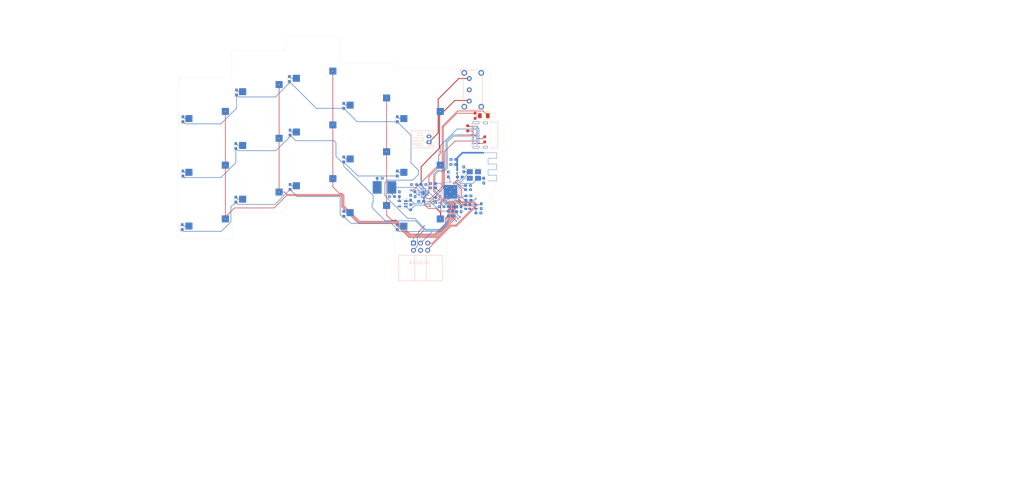
<source format=kicad_pcb>
(kicad_pcb (version 20241229) (generator "pcbnew") (generator_version "9.0")
  (layers (0 "F.Cu" signal) (4 "In1.Cu" signal) (6 "In2.Cu" signal) (2 "B.Cu" signal) (13 "F.Paste" user) (15 "B.Paste" user) (5 "F.SilkS" user "F.Silkscreen") (7 "B.SilkS" user "B.Silkscreen") (1 "F.Mask" user) (3 "B.Mask" user) (25 "Edge.Cuts" user))
  (net 0 "")
  (net 1 "Net-(U1-XC1)")
  (net 2 "Net-(U1-XC2)")
  (net 4 "Net-(U1-DEC1)")
  (net 5 "Net-(U1-DEC3)")
  (net 6 "Net-(U1-DEC5)")
  (net 7 "Net-(U1-DECUSB)")
  (net 8 "Net-(U1-DEC4)")
  (net 9 "Net-(U1-XL1{slash}P0.00)")
  (net 10 "Net-(U1-XL2{slash}P0.01)")
  (net 11 "Net-(D1-A)")
  (net 12 "Net-(D2-A)")
  (net 13 "Net-(D3-A)")
  (net 14 "Net-(D4-A)")
  (net 15 "Net-(D5-A)")
  (net 16 "Net-(D6-A)")
  (net 17 "Net-(D7-A)")
  (net 18 "Net-(D8-A)")
  (net 19 "Net-(D9-A)")
  (net 20 "Net-(D10-A)")
  (net 21 "Net-(D11-A)")
  (net 22 "Net-(D12-A)")
  (net 23 "Net-(D13-A)")
  (net 24 "Net-(D14-A)")
  (net 25 "Net-(D15-A)")
  (net 30 "Net-(J2-CC1)")
  (net 32 "Net-(J2-CC2)")
  (net 34 "Net-(U1-DCC)")
  (net 35 "Net-(L2-Pad1)")
  (net 36 "Net-(U1-DCCH)")
  (net 37 "Net-(LED1-A)")
  (net 38 "Net-(LED1-K)")
  (net 39 "Net-(R1-Pad2)")
  (net 40 "Net-(U2-ISET)")
  (net 41 "Net-(U2-TS)")
  (net 84 "L_VBUS")
  (net 85 "L_VBAT")
  (net 86 "L_VDDH")
  (net 87 "L_ANT")
  (net 88 "L_RF")
  (net 89 "L_VDD_NRF")
  (net 90 "L_EXT_VCC")
  (net 91 "L_ROW0")
  (net 92 "L_ROW1")
  (net 93 "L_ROW2")
  (net 94 "L_BAT+")
  (net 95 "L_BAT-")
  (net 96 "L_D-")
  (net 97 "L_D+")
  (net 98 "L_POWER_PIN")
  (net 99 "L_COL0")
  (net 100 "L_COL1")
  (net 101 "L_COL2")
  (net 102 "L_COL3")
  (net 103 "L_COL4")
  (net 104 "L_COL5")
  (net 105 "L_COL6")
  (footprint "Resistor_SMD:R_0603_1608Metric_Pad0.98x0.95mm_HandSolder" (layer "F.Cu") (at 193.415303 74.546237 90)
    (property "Reference" "R4" (hide yes))
    (property "Value" "10k" (hide yes))
  )
  (footprint "Resistor_SMD:R_0603_1608Metric_Pad0.98x0.95mm_HandSolder" (layer "F.Cu") (at 190.771553 78.983737 90)
    (property "Reference" "R6" (hide yes))
    (property "Value" "5.1k" (hide yes))
  )
  (footprint "PCM_LED_SMD_AKL:LED_1206_3216Metric" (layer "F.Cu") (at 196.515303 74.508737 180)
    (property "Reference" "LED1" (hide yes))
    (property "Value" "Charge_LED" (hide yes))
  )
  (footprint "Resistor_SMD:R_0603_1608Metric_Pad0.98x0.95mm_HandSolder" (layer "F.Cu") (at 196.821553 82.896237 -90)
    (property "Reference" "R7" (hide yes))
    (property "Value" "5.1k" (hide yes))
  )
  (footprint "Capacitor_SMD:C_0603_1608Metric_Pad1.08x0.95mm_HandSolder" (layer "B.Cu") (at 178.546553 100.083737 180)
    (property "Reference" "C20" (hide yes))
    (property "Value" "100nF" (hide yes))
  )
  (footprint "Inductor_SMD:L_0603_1608Metric" (layer "B.Cu") (at 190.046553 106.733737 90)
    (property "Reference" "L2" (hide yes))
    (property "Value" "10uH" (hide yes))
  )
  (footprint "Capacitor_SMD:C_0603_1608Metric_Pad1.08x0.95mm_HandSolder" (layer "B.Cu") (at 190.909053 99.246237)
    (property "Reference" "C21" (hide yes))
    (property "Value" "100nF" (hide yes))
  )
  (footprint "Capacitor_SMD:C_0603_1608Metric_Pad1.08x0.95mm_HandSolder" (layer "B.Cu") (at 188.021553 96.246237)
    (property "Reference" "C6" (hide yes))
    (property "Value" "0.8pF" (hide yes))
  )
  (footprint "Diode_SMD:D_0603_1608Metric_Pad1.05x0.95mm_HandSolder" (layer "B.Cu") (at 146.846553 90.008737 90)
    (property "Reference" "D11" (hide yes))
    (property "Value" "D" (hide yes))
  )
  (footprint "Package_DFN_QFN:VQFN-16-1EP_3x3mm_P0.5mm_EP1.6x1.6mm" (layer "B.Cu") (at 175.121553 101.946237 -90)
    (property "Reference" "U2" (hide yes))
    (property "Value" "BQ24075RGT" (hide yes))
  )
  (footprint "Capacitor_SMD:C_0603_1608Metric_Pad1.08x0.95mm_HandSolder" (layer "B.Cu") (at 178.496553 98.558737 180)
    (property "Reference" "C19" (hide yes))
    (property "Value" "100nF" (hide yes))
  )
  (footprint "MX_Hotswap:MX-Hotswap-1U" (layer "B.Cu") (at 173.998803 108.557356)
    (property "Reference" "SW16")
    (property "Value" "MX HotSwap")
  )
  (footprint "Crystal:Crystal_SMD_3225-4Pin_3.2x2.5mm_HandSoldering" (layer "B.Cu") (at 192.996553 95.533737)
    (property "Reference" "Y1" (hide yes))
    (property "Value" "32Mhz" (hide yes))
  )
  (footprint "Capacitor_SMD:C_0603_1608Metric_Pad1.08x0.95mm_HandSolder" (layer "B.Cu") (at 191.046553 102.946237)
    (property "Reference" "C14" (hide yes))
    (property "Value" "1uF" (hide yes))
  )
  (footprint "MX_Hotswap:MX-Hotswap-1U" (layer "B.Cu") (at 173.998803 70.457356)
    (property "Reference" "SW14" (hide yes))
    (property "Value" "MX HotSwap")
  )
  (footprint "Capacitor_SMD:C_0603_1608Metric_Pad1.08x0.95mm_HandSolder" (layer "B.Cu") (at 170.571553 103.596237 90)
    (property "Reference" "C9" (hide yes))
    (property "Value" "10uF" (hide yes))
  )
  (footprint "Capacitor_SMD:C_0603_1608Metric_Pad1.08x0.95mm_HandSolder" (layer "B.Cu") (at 186.946553 107.696237 90)
    (property "Reference" "C10" (hide yes))
    (property "Value" "100pF" (hide yes))
  )
  (footprint "MX_Hotswap:MX-Hotswap-1U" (layer "B.Cu") (at 154.948803 65.694856)
    (property "Reference" "SW11")
    (property "Value" "MX HotSwap")
  )
  (footprint "Capacitor_SMD:C_0603_1608Metric_Pad1.08x0.95mm_HandSolder" (layer "B.Cu") (at 172.146553 102.333737 90)
    (property "Reference" "C3" (hide yes))
    (property "Value" "1uF" (hide yes))
  )
  (footprint "Diode_SMD:D_0603_1608Metric_Pad1.05x0.95mm_HandSolder" (layer "B.Cu") (at 108.596553 85.258737 90)
    (property "Reference" "D5" (hide yes))
    (property "Value" "D" (hide yes))
  )
  (footprint "Capacitor_SMD:C_0603_1608Metric_Pad1.08x0.95mm_HandSolder" (layer "B.Cu") (at 191.046553 104.446237)
    (property "Reference" "C15" (hide yes))
    (property "Value" "47nF" (hide yes))
  )
  (footprint "MX_Hotswap:MX-Hotswap-1U" (layer "B.Cu") (at 135.898803 75.219856)
    (property "Reference" "SW9")
    (property "Value" "MX HotSwap")
  )
  (footprint "Capacitor_SMD:C_0603_1608Metric_Pad1.08x0.95mm_HandSolder" (layer "B.Cu") (at 196.471553 97.533737 -90)
    (property "Reference" "C2" (hide yes))
    (property "Value" "12pF" (hide yes))
  )
  (footprint "Resistor_SMD:R_0603_1608Metric_Pad0.98x0.95mm_HandSolder" (layer "B.Cu") (at 171.771553 98.933737 180)
    (property "Reference" "R3" (hide yes))
    (property "Value" "10k" (hide yes))
  )
  (footprint "Diode_SMD:D_0603_1608Metric_Pad1.05x0.95mm_HandSolder" (layer "B.Cu") (at 146.846553 109.258737 90)
    (property "Reference" "D12" (hide yes))
    (property "Value" "D" (hide yes))
  )
  (footprint "Package_TO_SOT_SMD:SOT-23-5" (layer "B.Cu") (at 167.709053 105.733737 180)
    (property "Reference" "U3" (hide yes))
    (property "Value" "XC6220B331MR" (hide yes))
  )
  (footprint "Diode_SMD:D_0603_1608Metric_Pad1.05x0.95mm_HandSolder" (layer "B.Cu") (at 108.846553 66.258737 90)
    (property "Reference" "D4" (hide yes))
    (property "Value" "D" (hide yes))
  )
  (footprint "MX_Hotswap:MX-Hotswap-1U" (layer "B.Cu") (at 97.798803 89.507356)
    (property "Reference" "SW3")
    (property "Value" "MX HotSwap")
  )
  (footprint "Diode_SMD:D_0603_1608Metric_Pad1.05x0.95mm_HandSolder" (layer "B.Cu") (at 108.596553 104.258737 90)
    (property "Reference" "D6" (hide yes))
    (property "Value" "D" (hide yes))
  )
  (footprint "Connector_IDC:IDC-Header_2x03_P2.54mm_Horizontal" (layer "B.Cu") (at 171.551553 119.686237 -90)
    (property "Reference" "J5" (hide yes))
    (property "Value" "MAIN_CONN" (hide yes))
  )
  (footprint "Resistor_SMD:R_0603_1608Metric_Pad0.98x0.95mm_HandSolder" (layer "B.Cu") (at 170.596553 106.971237 -90)
    (property "Reference" "R5" (hide yes))
    (property "Value" "10M" (hide yes))
  )
  (footprint "Diode_SMD:D_0603_1608Metric_Pad1.05x0.95mm_HandSolder" (layer "B.Cu") (at 89.846553 75.758737 90)
    (property "Reference" "D1" (hide yes))
    (property "Value" "D" (hide yes))
  )
  (footprint "Capacitor_SMD:C_0603_1608Metric_Pad1.08x0.95mm_HandSolder" (layer "B.Cu") (at 194.584053 109.008737 180)
    (property "Reference" "C24" (hide yes))
    (property "Value" "12pF" (hide yes))
  )
  (footprint "Diode_SMD:D_0603_1608Metric_Pad1.05x0.95mm_HandSolder" (layer "B.Cu") (at 89.596553 114.008737 90)
    (property "Reference" "D3" (hide yes))
    (property "Value" "D" (hide yes))
  )
  (footprint "Capacitor_SMD:C_0603_1608Metric_Pad1.08x0.95mm_HandSolder" (layer "B.Cu") (at 175.134053 98.933737)
    (property "Reference" "C4" (hide yes))
    (property "Value" "4.7uF" (hide yes))
  )
  (footprint "Button_Switch_THT:SW_E-Switch_EG1224_SPDT_Angled" (layer "B.Cu") (at 191.346553 61.333737 -90)
    (property "Reference" "SW1" (hide yes))
    (property "Value" "Power_Switch" (hide yes))
  )
  (footprint "Capacitor_SMD:C_0603_1608Metric_Pad1.08x0.95mm_HandSolder" (layer "B.Cu") (at 181.534053 106.783737 180)
    (property "Reference" "C17" (hide yes))
    (property "Value" "4.7uF" (hide yes))
  )
  (footprint "MX_Hotswap:MX-Hotswap-1U" (layer "B.Cu") (at 116.848803 99.032356)
    (property "Reference" "SW7")
    (property "Value" "MX HotSwap")
  )
  (footprint "Capacitor_SMD:C_0603_1608Metric_Pad1.08x0.95mm_HandSolder" (layer "B.Cu") (at 195.596553 106.596237 90)
    (property "Reference" "C23" (hide yes))
    (property "Value" "12pF" (hide yes))
  )
  (footprint "Capacitor_SMD:C_0603_1608Metric_Pad1.08x0.95mm_HandSolder" (layer "B.Cu") (at 190.909053 100.733737 180)
    (property "Reference" "C11" (hide yes))
    (property "Value" "100pF" (hide yes))
  )
  (footprint "Capacitor_SMD:C_0603_1608Metric_Pad1.08x0.95mm_HandSolder" (layer "B.Cu") (at 185.446553 109.196237 -90)
    (property "Reference" "C22" (hide yes))
    (property "Value" "4.7uF" (hide yes))
  )
  (footprint "Capacitor_SMD:C_0603_1608Metric_Pad1.08x0.95mm_HandSolder" (layer "B.Cu") (at 179.421553 104.371237 90)
    (property "Reference" "C13" (hide yes))
    (property "Value" "4.7uF" (hide yes))
  )
  (footprint "Resistor_SMD:R_0603_1608Metric_Pad0.98x0.95mm_HandSolder" (layer "B.Cu") (at 163.946553 103.183737 180)
    (property "Reference" "R2" (hide yes))
    (property "Value" "10k" (hide yes))
  )
  (footprint "Diode_SMD:D_0603_1608Metric_Pad1.05x0.95mm_HandSolder" (layer "B.Cu") (at 165.846553 95.008737 90)
    (property "Reference" "D14" (hide yes))
    (property "Value" "D" (hide yes))
  )
  (footprint "Crystal:Crystal_SMD_2012-2Pin_2.0x1.2mm" (layer "B.Cu") (at 193.696553 106.758737 90)
    (property "Reference" "X1" (hide yes))
    (property "Value" "32.768kHz" (hide yes))
  )
  (footprint "MX_Hotswap:MX-Hotswap-1U" (layer "B.Cu") (at 154.948803 84.744856)
    (property "Reference" "SW12")
    (property "Value" "MX HotSwap")
  )
  (footprint "Resistor_SMD:R_2816_7142Metric_Pad3.20x4.45mm_HandSolder" (layer "B.Cu") (at 161.296553 99.933737 180)
    (property "Reference" "TP1" (hide yes))
    (property "Value" "Charge Boost" (hide yes))
  )
  (footprint "Capacitor_SMD:C_0603_1608Metric_Pad1.08x0.95mm_HandSolder" (layer "B.Cu") (at 183.921553 109.196237 90)
    (property "Reference" "C16" (hide yes))
    (property "Value" "4.7uF" (hide yes))
  )
  (footprint "Capacitor_SMD:C_0603_1608Metric_Pad1.08x0.95mm_HandSolder" (layer "B.Cu") (at 166.571553 102.346237 90)
    (property "Reference" "C25" (hide yes))
    (property "Value" "4.7uF" (hide yes))
  )
  (footprint "Capacitor_SMD:C_0603_1608Metric_Pad1.08x0.95mm_HandSolder" (layer "B.Cu") (at 189.396553 93.533737 90)
    (property "Reference" "C1" (hide yes))
    (property "Value" "12pF" (hide yes))
  )
  (footprint "Diode_SMD:D_0603_1608Metric_Pad1.05x0.95mm_HandSolder" (layer "B.Cu") (at 127.596553 61.508737 90)
    (property "Reference" "D7" (hide yes))
    (property "Value" "D" (hide yes))
  )
  (footprint "Connector_USB:USB_C_Receptacle_GCT_USB4085" (layer "B.Cu") (at 192.711553 78.383737 -90)
    (property "Reference" "J2" (hide yes))
    (property "Value" "USB_C_Receptacle_USB2.0_16P" (hide yes))
  )
  (footprint "MX_Hotswap:MX-Hotswap-1U" (layer "B.Cu") (at 154.948803 103.794856)
    (property "Reference" "SW13")
    (property "Value" "MX HotSwap")
  )
  (footprint "Capacitor_SMD:C_0603_1608Metric_Pad1.08x0.95mm_HandSolder" (layer "B.Cu") (at 188.446553 107.683737 -90)
    (property "Reference" "C18" (hide yes))
    (property "Value" "1uf" (hide yes))
  )
  (footprint "MX_Hotswap:MX-Hotswap-1U" (layer "B.Cu") (at 97.798803 70.457356)
    (property "Reference" "SW2")
    (property "Value" "MX HotSwap")
  )
  (footprint "Capacitor_SMD:C_0603_1608Metric_Pad1.08x0.95mm_HandSolder" (layer "B.Cu") (at 185.734053 90.008737 180)
    (property "Reference" "C8" (hide yes))
    (property "Value" "N.C." (hide yes))
  )
  (footprint "Diode_SMD:D_0603_1608Metric_Pad1.05x0.95mm_HandSolder" (layer "B.Cu") (at 165.846553 114.008737 90)
    (property "Reference" "D15" (hide yes))
    (property "Value" "D" (hide yes))
  )
  (footprint "Resistor_SMD:R_0603_1608Metric_Pad0.98x0.95mm_HandSolder" (layer "B.Cu") (at 159.609053 96.708737 180)
    (property "Reference" "R1" (hide yes))
    (property "Value" "2k" (hide yes))
  )
  (footprint "Connector_JST:JST_PH_S2B-PH-K_1x02_P2.00mm_Horizontal" (layer "B.Cu") (at 177.096553 83.883737 90)
    (property "Reference" "J1" (hide yes))
    (property "Value" "Bat")
  )
  (footprint "Diode_SMD:D_0603_1608Metric_Pad1.05x0.95mm_HandSolder" (layer "B.Cu") (at 127.846553 99.758737 90)
    (property "Reference" "D9" (hide yes))
    (property "Value" "D" (hide yes))
  )
  (footprint "MX_Hotswap:MX-Hotswap-1U" (layer "B.Cu") (at 116.848803 60.932356)
    (property "Reference" "SW5")
    (property "Value" "MX HotSwap")
  )
  (footprint "Diode_SMD:D_0603_1608Metric_Pad1.05x0.95mm_HandSolder" (layer "B.Cu") (at 89.846553 95.008737 90)
    (property "Reference" "D2" (hide yes))
    (property "Value" "D" (hide yes))
  )
  (footprint "Capacitor_SMD:C_0603_1608Metric_Pad1.08x0.95mm_HandSolder" (layer "B.Cu") (at 174.284053 104.833737)
    (property "Reference" "C5" (hide yes))
    (property "Value" "4.7uF" (hide yes))
  )
  (footprint "Inductor_SMD:L_0603_1608Metric" (layer "B.Cu") (at 191.546553 106.721237 -90)
    (property "Reference" "L3" (hide yes))
    (property "Value" "15nH" (hide yes))
  )
  (footprint "Diode_SMD:D_0603_1608Metric_Pad1.05x0.95mm_HandSolder" (layer "B.Cu") (at 165.846553 75.758737 90)
    (property "Reference" "D13" (hide yes))
    (property "Value" "D" (hide yes))
  )
  (footprint "Capacitor_SMD:C_0603_1608Metric_Pad1.08x0.95mm_HandSolder" (layer "B.Cu") (at 183.921553 95.321237 -90)
    (property "Reference" "C12" (hide yes))
    (property "Value" "820pF" (hide yes))
  )
  (footprint "Capacitor_SMD:C_0603_1608Metric_Pad1.08x0.95mm_HandSolder" (layer "B.Cu") (at 185.709053 91.808737 180)
    (property "Reference" "C7" (hide yes))
    (property "Value" "0.5pF" (hide yes))
  )
  (footprint "Diode_SMD:D_0603_1608Metric_Pad1.05x0.95mm_HandSolder" (layer "B.Cu") (at 146.846553 71.008737 90)
    (property "Reference" "D10" (hide yes))
    (property "Value" "D" (hide yes))
  )
  (footprint "Inductor_SMD:L_0402_1005Metric_Pad0.77x0.64mm_HandSolder" (layer "B.Cu") (at 187.084053 94.346237 90)
    (property "Reference" "L1" (hide yes))
    (property "Value" "4.7nH" (hide yes))
  )
  (footprint "MX_Hotswap:MX-Hotswap-1U" (layer "B.Cu") (at 173.998803 89.507356)
    (property "Reference" "SW15")
    (property "Value" "MX HotSwap")
  )
  (footprint "MX_Hotswap:MX-Hotswap-1U" (layer "B.Cu") (at 116.848803 79.982356)
    (property "Reference" "SW6")
    (property "Value" "MX HotSwap")
  )
  (footprint "Inductor_SMD:L_0603_1608Metric" (layer "B.Cu") (at 184.696553 106.758737)
    (property "Reference" "L4" (hide yes))
    (property "Value" "10uH" (hide yes))
  )
  (footprint "Package_DFN_QFN:Nordic_AQFN-73-1EP_7x7mm_P0.5mm" (layer "B.Cu") (at 184.696553 101.508737 90)
    (property "Reference" "U1" (hide yes))
    (property "Value" "nRF52840" (hide yes))
  )
  (footprint "MX_Hotswap:MX-Hotswap-1U" (layer "B.Cu") (at 135.898803 94.269856)
    (property "Reference" "SW10")
    (property "Value" "MX HotSwap")
  )
  (footprint "MX_Hotswap:MX-Hotswap-1U" (layer "B.Cu") (at 97.798803 108.557356)
    (property "Reference" "SW4")
    (property "Value" "MX HotSwap")
  )
  (footprint "Diode_SMD:D_0603_1608Metric_Pad1.05x0.95mm_HandSolder" (layer "B.Cu") (at 127.846553 80.508737 90)
    (property "Reference" "D8" (hide yes))
    (property "Value" "D" (hide yes))
  )
  (footprint "MX_Hotswap:MX-Hotswap-1U" (layer "B.Cu") (at 135.898803 56.169856)
    (property "Reference" "SW8")
    (property "Value" "MX HotSwap")
  )
  (gr_line (start 184.032006 117.927277) (end 196.022706 109.949306) (stroke (width 0.05)) (layer "Edge.Cuts"))
  (gr_arc (start 88.171553 61.833737) (mid 88.46443 61.12659) (end 89.171553 60.833737) (stroke (width 0.05)) (layer "Edge.Cuts"))
  (gr_line (start 164.571553 56.833737) (end 164.571553 56.058737) (stroke (width 0.05)) (layer "Edge.Cuts"))
  (gr_arc (start 200.701023 87.105405) (mid 201.099326 87.473903) (end 201.246553 87.996167) (stroke (width 0.05)) (layer "Edge.Cuts"))
  (gr_line (start 201.246553 97.904557) (end 201.246553 87.996167) (stroke (width 0.05)) (layer "Edge.Cuts"))
  (gr_line (start 106.221553 60.833737) (end 89.171553 60.833737) (stroke (width 0.05)) (layer "Edge.Cuts"))
  (gr_line (start 126.471553 107.683737) (end 126.471553 104.883737) (stroke (width 0.05)) (layer "Edge.Cuts"))
  (gr_line (start 164.396553 114.408737) (end 164.396553 118.121273) (stroke (width 0.05)) (layer "Edge.Cuts"))
  (gr_line (start 88.171553 61.833737) (end 88.171553 117.183737) (stroke (width 0.05)) (layer "Edge.Cuts"))
  (gr_arc (start 126.246553 50.308737) (mid 125.953644 51.015803) (end 125.246553 51.308737) (stroke (width 0.05)) (layer "Edge.Cuts"))
  (gr_line (start 196.388725 109.508765) (end 201.166511 98.296574) (stroke (width 0.05)) (layer "Edge.Cuts"))
  (gr_line (start 164.571553 56.058737) (end 146.596553 56.058737) (stroke (width 0.05)) (layer "Edge.Cuts"))
  (gr_line (start 145.346553 104.883737) (end 145.346553 112.408737) (stroke (width 0.05)) (layer "Edge.Cuts"))
  (gr_arc (start 197.796553 57.833737) (mid 198.503677 58.126616) (end 198.796553 58.833737) (stroke (width 0.05)) (layer "Edge.Cuts"))
  (gr_line (start 146.346553 113.408737) (end 163.396553 113.408737) (stroke (width 0.05)) (layer "Edge.Cuts"))
  (gr_arc (start 126.471553 107.683737) (mid 126.178644 108.390803) (end 125.471553 108.683737) (stroke (width 0.05)) (layer "Edge.Cuts"))
  (gr_arc (start 144.346553 103.883737) (mid 145.053677 104.176616) (end 145.346553 104.883737) (stroke (width 0.05)) (layer "Edge.Cuts"))
  (gr_line (start 198.796553 76.833737) (end 198.796553 58.833737) (stroke (width 0.05)) (layer "Edge.Cuts"))
  (gr_arc (start 107.421553 117.183737) (mid 107.128644 117.890803) (end 106.421553 118.183737) (stroke (width 0.05)) (layer "Edge.Cuts"))
  (gr_arc (start 89.171553 118.183737) (mid 88.464464 117.890829) (end 88.171553 117.183737) (stroke (width 0.05)) (layer "Edge.Cuts"))
  (gr_arc (start 165.571553 57.833737) (mid 164.864464 57.540829) (end 164.571553 56.833737) (stroke (width 0.05)) (layer "Edge.Cuts"))
  (gr_line (start 127.471553 103.883737) (end 144.346553 103.883737) (stroke (width 0.05)) (layer "Edge.Cuts"))
  (gr_line (start 164.404326 118.245716) (end 166.161742 132.25818) (stroke (width 0.05)) (layer "Edge.Cuts"))
  (gr_arc (start 164.404326 118.245716) (mid 164.398494 118.183616) (end 164.396553 118.121273) (stroke (width 0.05)) (layer "Edge.Cuts"))
  (gr_arc (start 199.342083 86.412068) (mid 198.943788 86.043569) (end 198.796553 85.521306) (stroke (width 0.05)) (layer "Edge.Cuts"))
  (gr_arc (start 146.596553 56.058737) (mid 145.889464 55.765829) (end 145.596553 55.058737) (stroke (width 0.05)) (layer "Edge.Cuts"))
  (gr_line (start 125.246553 51.308737) (end 108.221553 51.308737) (stroke (width 0.05)) (layer "Edge.Cuts"))
  (gr_arc (start 144.596553 46.483737) (mid 145.303677 46.776616) (end 145.596553 47.483737) (stroke (width 0.05)) (layer "Edge.Cuts"))
  (gr_line (start 108.421553 108.683737) (end 125.471553 108.683737) (stroke (width 0.05)) (layer "Edge.Cuts"))
  (gr_line (start 107.221553 52.308737) (end 107.221553 59.833737) (stroke (width 0.05)) (layer "Edge.Cuts"))
  (gr_arc (start 146.346553 113.408737) (mid 145.639464 113.115829) (end 145.346553 112.408737) (stroke (width 0.05)) (layer "Edge.Cuts"))
  (gr_line (start 126.246553 47.483737) (end 126.246553 50.308737) (stroke (width 0.05)) (layer "Edge.Cuts"))
  (gr_arc (start 201.246553 97.904557) (mid 201.226332 98.104608) (end 201.166511 98.296574) (stroke (width 0.05)) (layer "Edge.Cuts"))
  (gr_line (start 182 132.25) (end 183.592726 118.643572) (stroke (width 0.05)) (layer "Edge.Cuts"))
  (gr_line (start 144.596553 46.483737) (end 127.246553 46.483737) (stroke (width 0.05)) (layer "Edge.Cuts"))
  (gr_arc (start 107.421553 109.683737) (mid 107.71443 108.97659) (end 108.421553 108.683737) (stroke (width 0.05)) (layer "Edge.Cuts"))
  (gr_arc (start 183.592726 118.643572) (mid 183.733475 118.237043) (end 184.032006 117.927277) (stroke (width 0.05)) (layer "Edge.Cuts"))
  (gr_line (start 197.796553 57.833737) (end 165.571553 57.833737) (stroke (width 0.05)) (layer "Edge.Cuts"))
  (gr_arc (start 126.246553 47.483737) (mid 126.53943 46.77659) (end 127.246553 46.483737) (stroke (width 0.05)) (layer "Edge.Cuts"))
  (gr_arc (start 126.471553 104.883737) (mid 126.76443 104.17659) (end 127.471553 103.883737) (stroke (width 0.05)) (layer "Edge.Cuts"))
  (gr_line (start 198.796553 85.521306) (end 198.796553 76.833737) (stroke (width 0.05)) (layer "Edge.Cuts"))
  (gr_line (start 145.596553 55.058737) (end 145.596553 47.483737) (stroke (width 0.05)) (layer "Edge.Cuts"))
  (gr_line (start 200.701023 87.105405) (end 199.342083 86.412068) (stroke (width 0.05)) (layer "Edge.Cuts"))
  (gr_arc (start 107.221553 52.308737) (mid 107.51443 51.60159) (end 108.221553 51.308737) (stroke (width 0.05)) (layer "Edge.Cuts"))
  (gr_line (start 107.421553 117.183737) (end 107.421553 109.683737) (stroke (width 0.05)) (layer "Edge.Cuts"))
  (gr_arc (start 196.388725 109.508765) (mid 196.237919 109.755788) (end 196.022706 109.949306) (stroke (width 0.05)) (layer "Edge.Cuts"))
  (gr_arc (start 107.221553 59.833737) (mid 106.928644 60.540803) (end 106.221553 60.833737) (stroke (width 0.05)) (layer "Edge.Cuts"))
  (gr_arc (start 163.396553 113.408737) (mid 164.103677 113.701616) (end 164.396553 114.408737) (stroke (width 0.05)) (layer "Edge.Cuts"))
  (gr_line (start 89.171553 118.183737) (end 106.421553 118.183737) (stroke (width 0.05)) (layer "Edge.Cuts"))
  (gr_text "JLCJLCJLC" (at 177.6 127.2 0) (layer "B.SilkS") (effects (font (size 1 1) (thickness 0.1)) (justify left bottom mirror)))
  (segment (start 189.846553 96.589371) (end 188.366687 98.069237) (width 0.2) (layer "B.Cu") (net 1))
  (segment (start 189.396553 94.396237) (end 191.534053 94.396237) (width 0.2) (layer "B.Cu") (net 1))
  (segment (start 187.636053 98.069237) (end 187.446553 98.258737) (width 0.2) (layer "B.Cu") (net 1))
  (segment (start 189.846553 96.083737) (end 189.846553 96.589371) (width 0.2) (layer "B.Cu") (net 1))
  (segment (start 188.366687 98.069237) (end 187.636053 98.069237) (width 0.2) (layer "B.Cu") (net 1))
  (segment (start 191.546553 94.383737) (end 189.846553 96.083737) (width 0.2) (layer "B.Cu") (net 1))
  (segment (start 191.534053 94.396237) (end 191.546553 94.383737) (width 0.2) (layer "B.Cu") (net 1))
  (segment (start 187.946553 98.758737) (end 188.235053 98.470237) (width 0.2) (layer "B.Cu") (net 2))
  (segment (start 196.459053 96.683737) (end 196.471553 96.671237) (width 0.2) (layer "B.Cu") (net 2))
  (segment (start 192.660053 98.470237) (end 194.446553 96.683737) (width 0.2) (layer "B.Cu") (net 2))
  (segment (start 188.235053 98.470237) (end 192.660053 98.470237) (width 0.2) (layer "B.Cu") (net 2))
  (segment (start 194.446553 96.683737) (end 196.459053 96.683737) (width 0.2) (layer "B.Cu") (net 2))
  (segment (start 186.946553 104.758737) (end 186.946553 106.833737) (width 0.2) (layer "B.Cu") (net 4))
  (segment (start 187.471553 98.758737) (end 188.846553 100.133737) (width 0.2) (layer "F.Cu") (net 5))
  (segment (start 186.696553 98.758737) (end 187.471553 98.758737) (width 0.2) (layer "F.Cu") (net 5))
  (via (at 186.696553 98.758737) (size 0.25) (drill 0.15) (layers "F.Cu" "B.Cu") (net 5))
  (via (at 188.846553 100.133737) (size 0.25) (drill 0.15) (layers "F.Cu" "B.Cu") (net 5))
  (segment (start 188.846553 100.133737) (end 189.446553 100.133737) (width 0.2) (layer "B.Cu") (net 5))
  (segment (start 189.446553 100.133737) (end 190.046553 100.733737) (width 0.2) (layer "B.Cu") (net 5))
  (segment (start 184.446553 96.708737) (end 184.446553 98.258737) (width 0.2) (layer "B.Cu") (net 6))
  (segment (start 183.921553 96.183737) (end 184.446553 96.708737) (width 0.2) (layer "B.Cu") (net 6))
  (segment (start 181.946553 103.755125) (end 181.591941 104.109737) (width 0.1) (layer "F.Cu") (net 7))
  (segment (start 181.946553 103.508737) (end 181.946553 103.755125) (width 0.1) (layer "F.Cu") (net 7))
  (segment (start 180.222553 104.109737) (end 180.171553 104.058737) (width 0.1) (layer "F.Cu") (net 7))
  (segment (start 181.591941 104.109737) (end 180.222553 104.109737) (width 0.1) (layer "F.Cu") (net 7))
  (via (at 181.946553 103.508737) (size 0.25) (drill 0.15) (layers "F.Cu" "B.Cu") (net 7))
  (via (at 180.171553 104.058737) (size 0.25) (drill 0.15) (layers "F.Cu" "B.Cu") (net 7))
  (segment (start 179.621553 103.508737) (end 180.171553 104.058737) (width 0.1) (layer "B.Cu") (net 7))
  (segment (start 179.421553 103.508737) (end 179.621553 103.508737) (width 0.1) (layer "B.Cu") (net 7))
  (segment (start 188.646553 103.358737) (end 188.871553 103.583737) (width 0.2) (layer "F.Cu") (net 8))
  (segment (start 188.646553 100.708737) (end 188.646553 103.358737) (width 0.2) (layer "F.Cu") (net 8))
  (segment (start 187.53 99.47) (end 187.53 99.592184) (width 0.2) (layer "F.Cu") (net 8))
  (segment (start 187.53 99.592184) (end 188.646553 100.708737) (width 0.2) (layer "F.Cu") (net 8))
  (via (at 188.871553 103.583737) (size 0.25) (drill 0.15) (layers "F.Cu" "B.Cu") (net 8))
  (via (at 187.53 99.47) (size 0.25) (drill 0.15) (layers "F.Cu" "B.Cu") (net 8))
  (segment (start 188.796553 103.508737) (end 187.446553 103.508737) (width 0.2) (layer "B.Cu") (net 8))
  (segment (start 190.184053 104.571237) (end 190.184053 104.446237) (width 0.2) (layer "B.Cu") (net 8))
  (segment (start 190.184053 104.446237) (end 189.734053 104.446237) (width 0.2) (layer "B.Cu") (net 8))
  (segment (start 189.509053 102.946237) (end 188.871553 103.583737) (width 0.2) (layer "B.Cu") (net 8))
  (segment (start 186.844098 98.258737) (end 186.446553 98.258737) (width 0.2) (layer "B.Cu") (net 8))
  (segment (start 191.546553 105.933737) (end 190.184053 104.571237) (width 0.2) (layer "B.Cu") (net 8))
  (segment (start 190.184053 102.946237) (end 189.509053 102.946237) (width 0.2) (layer "B.Cu") (net 8))
  (segment (start 187.421553 98.836192) (end 186.844098 98.258737) (width 0.2) (layer "B.Cu") (net 8))
  (segment (start 187.53 99.47) (end 187.421553 99.361553) (width 0.2) (layer "B.Cu") (net 8))
  (segment (start 189.734053 104.446237) (end 188.871553 103.583737) (width 0.2) (layer "B.Cu") (net 8))
  (segment (start 187.421553 99.361553) (end 187.421553 98.836192) (width 0.2) (layer "B.Cu") (net 8))
  (segment (start 188.871553 103.583737) (end 188.796553 103.508737) (width 0.2) (layer "B.Cu") (net 8))
  (segment (start 186.696553 104.258737) (end 188.470556 106.03274) (width 0.2) (layer "F.Cu") (net 9))
  (segment (start 188.470556 106.03274) (end 192.696553 106.03274) (width 0.2) (layer "F.Cu") (net 9))
  (via (at 192.696553 106.058737) (size 0.25) (drill 0.15) (layers "F.Cu" "B.Cu") (net 9))
  (via (at 186.696553 104.258737) (size 0.25) (drill 0.15) (layers "F.Cu" "B.Cu") (net 9))
  (segment (start 195.271553 106.058737) (end 195.596553 105.733737) (width 0.2) (layer "B.Cu") (net 9))
  (segment (start 193.696553 106.058737) (end 192.696553 106.058737) (width 0.2) (layer "B.Cu") (net 9))
  (segment (start 193.696553 106.058737) (end 195.271553 106.058737) (width 0.2) (layer "B.Cu") (net 9))
  (segment (start 186.196553 104.361192) (end 188.320098 106.484737) (width 0.2) (layer "F.Cu") (net 10))
  (segment (start 188.320098 106.484737) (end 192.696553 106.484737) (width 0.2) (layer "F.Cu") (net 10))
  (segment (start 186.196553 104.258737) (end 186.196553 104.361192) (width 0.2) (layer "F.Cu") (net 10))
  (via (at 186.196553 104.258737) (size 0.25) (drill 0.15) (layers "F.Cu" "B.Cu") (net 10))
  (via (at 192.51 106.484737) (size 0.25) (drill 0.15) (layers "F.Cu" "B.Cu") (net 10))
  (segment (start 193.696553 108.983737) (end 193.721553 109.008737) (width 0.2) (layer "B.Cu") (net 10))
  (segment (start 193.696553 107.458737) (end 193.696553 108.983737) (width 0.2) (layer "B.Cu") (net 10))
  (segment (start 193.69655 107.458737) (end 193.696553 107.458737) (width 0.2) (layer "B.Cu") (net 10))
  (segment (start 192.51 106.484737) (end 192.72255 106.484737) (width 0.2) (layer "B.Cu") (net 10))
  (segment (start 192.72255 106.484737) (end 193.69655 107.458737) (width 0.2) (layer "B.Cu") (net 10))
  (segment (start 91.956803 75.537356) (end 90.500172 75.537356) (width 0.2) (layer "B.Cu") (net 11))
  (segment (start 90.500172 75.537356) (end 89.846553 74.883737) (width 0.2) (layer "B.Cu") (net 11))
  (segment (start 90.300172 94.587356) (end 89.846553 94.133737) (width 0.2) (layer "B.Cu") (net 12))
  (segment (start 91.956803 94.587356) (end 90.300172 94.587356) (width 0.2) (layer "B.Cu") (net 12))
  (segment (start 90.100172 113.637356) (end 89.596553 113.133737) (width 0.2) (layer "B.Cu") (net 13))
  (segment (start 91.956803 113.637356) (end 90.100172 113.637356) (width 0.2) (layer "B.Cu") (net 13))
  (segment (start 111.006803 66.012356) (end 109.475172 66.012356) (width 0.2) (layer "B.Cu") (net 14))
  (segment (start 109.475172 66.012356) (end 108.846553 65.383737) (width 0.2) (layer "B.Cu") (net 14))
  (segment (start 111.006803 85.062356) (end 109.275172 85.062356) (width 0.2) (layer "B.Cu") (net 15))
  (segment (start 109.275172 85.062356) (end 108.596553 84.383737) (width 0.2) (layer "B.Cu") (net 15))
  (segment (start 111.006803 104.112356) (end 109.325172 104.112356) (width 0.2) (layer "B.Cu") (net 16))
  (segment (start 109.325172 104.112356) (end 108.596553 103.383737) (width 0.2) (layer "B.Cu") (net 16))
  (segment (start 130.056803 61.249856) (end 128.212672 61.249856) (width 0.2) (layer "B.Cu") (net 17))
  (segment (start 128.212672 61.249856) (end 127.596553 60.633737) (width 0.2) (layer "B.Cu") (net 17))
  (segment (start 128.512672 80.299856) (end 127.846553 79.633737) (width 0.2) (layer "B.Cu") (net 18))
  (segment (start 130.056803 80.299856) (end 128.512672 80.299856) (width 0.2) (layer "B.Cu") (net 18))
  (segment (start 130.056803 99.349856) (end 128.312672 99.349856) (width 0.2) (layer "B.Cu") (net 19))
  (segment (start 128.312672 99.349856) (end 127.846553 98.883737) (width 0.2) (layer "B.Cu") (net 19))
  (segment (start 147.487672 70.774856) (end 146.846553 70.133737) (width 0.2) (layer "B.Cu") (net 20))
  (segment (start 149.106803 70.774856) (end 147.487672 70.774856) (width 0.2) (layer "B.Cu") (net 20))
  (segment (start 147.537672 89.824856) (end 146.846553 89.133737) (width 0.2) (layer "B.Cu") (net 21))
  (segment (start 149.106803 89.824856) (end 147.537672 89.824856) (width 0.2) (layer "B.Cu") (net 21))
  (segment (start 149.106803 108.874856) (end 147.337672 108.874856) (width 0.2) (layer "B.Cu") (net 22))
  (segment (start 147.337672 108.874856) (end 146.846553 108.383737) (width 0.2) (layer "B.Cu") (net 22))
  (segment (start 166.500172 75.537356) (end 165.846553 74.883737) (width 0.2) (layer "B.Cu") (net 23))
  (segment (start 168.156803 75.537356) (end 166.500172 75.537356) (width 0.2) (layer "B.Cu") (net 23))
  (segment (start 166.300172 94.587356) (end 165.846553 94.133737) (width 0.2) (layer "B.Cu") (net 24))
  (segment (start 168.156803 94.587356) (end 166.300172 94.587356) (width 0.2) (layer "B.Cu") (net 24))
  (segment (start 168.156803 113.637356) (end 166.350172 113.637356) (width 0.2) (layer "B.Cu") (net 25))
  (segment (start 166.350172 113.637356) (end 165.846553 113.133737) (width 0.2) (layer "B.Cu") (net 25))
  (segment (start 192.524053 79.896237) (end 192.711553 80.083737) (width 0.2) (layer "F.Cu") (net 30))
  (segment (start 190.771553 79.896237) (end 192.524053 79.896237) (width 0.2) (layer "F.Cu") (net 30))
  (segment (start 196.171553 82.633737) (end 194.061553 82.633737) (width 0.2) (layer "F.Cu") (net 32))
  (segment (start 196.821553 81.983737) (end 196.171553 82.633737) (width 0.2) (layer "F.Cu") (net 32))
  (segment (start 190.046553 105.946237) (end 189.384053 105.946237) (width 0.2) (layer "B.Cu") (net 34))
  (segment (start 189.384053 105.946237) (end 187.446553 104.008737) (width 0.2) (layer "B.Cu") (net 34))
  (segment (start 190.046553 107.521237) (end 191.534053 107.521237) (width 0.2) (layer "B.Cu") (net 35))
  (segment (start 191.534053 107.521237) (end 191.546553 107.508737) (width 0.2) (layer "B.Cu") (net 35))
  (segment (start 182.863577 105.986737) (end 182.119553 105.242713) (width 0.2) (layer "B.Cu") (net 36))
  (segment (start 182.119553 105.242713) (end 182.119553 104.335737) (width 0.2) (layer "B.Cu") (net 36))
  (segment (start 182.119553 104.335737) (end 182.196553 104.258737) (width 0.2) (layer "B.Cu") (net 36))
  (segment (start 183.137053 105.986737) (end 182.863577 105.986737) (width 0.2) (layer "B.Cu") (net 36))
  (segment (start 183.909053 106.758737) (end 183.137053 105.986737) (width 0.2) (layer "B.Cu") (net 36))
  (segment (start 194.365303 74.508737) (end 193.415303 75.458737) (width 0.2) (layer "F.Cu") (net 37))
  (segment (start 195.115303 74.508737) (end 194.365303 74.508737) (width 0.2) (layer "F.Cu") (net 37))
  (segment (start 181.734803 78.306641) (end 187.196207 72.845237) (width 0.2) (layer "F.Cu") (net 38))
  (segment (start 196.251803 72.845237) (end 197.915303 74.508737) (width 0.2) (layer "F.Cu") (net 38))
  (segment (start 181.734803 99.745487) (end 181.734803 78.306641) (width 0.2) (layer "F.Cu") (net 38))
  (segment (start 177.371553 103.958737) (end 177.521553 103.958737) (width 0.2) (layer "F.Cu") (net 38))
  (segment (start 187.196207 72.845237) (end 196.251803 72.845237) (width 0.2) (layer "F.Cu") (net 38))
  (segment (start 177.521553 103.958737) (end 181.734803 99.745487) (width 0.2) (layer "F.Cu") (net 38))
  (via (at 177.371553 103.958737) (size 0.6) (drill 0.3) (layers "F.Cu" "B.Cu") (net 38))
  (segment (start 176.446553 103.958737) (end 175.871553 103.383737) (width 0.2) (layer "B.Cu") (net 38))
  (segment (start 177.371553 103.958737) (end 176.446553 103.958737) (width 0.2) (layer "B.Cu") (net 38))
  (segment (start 158.696553 99.933737) (end 158.696553 96.708737) (width 0.2) (layer "B.Cu") (net 39))
  (segment (start 172.421553 99.933737) (end 163.896553 99.933737) (width 0.2) (layer "B.Cu") (net 40))
  (segment (start 163.896553 99.933737) (end 163.896553 102.221237) (width 0.2) (layer "B.Cu") (net 40))
  (segment (start 173.684053 101.196237) (end 172.421553 99.933737) (width 0.2) (layer "B.Cu") (net 40))
  (segment (start 163.896553 102.221237) (end 164.859053 103.183737) (width 0.2) (layer "B.Cu") (net 40))
  (segment (start 172.796553 98.933737) (end 174.371553 100.508737) (width 0.2) (layer "B.Cu") (net 41))
  (segment (start 172.684053 98.933737) (end 172.796553 98.933737) (width 0.2) (layer "B.Cu") (net 41))
  (segment (start 194.061553 83.483737) (end 192.711553 83.483737) (width 0.2) (layer "F.Cu") (net 84))
  (segment (start 186.321553 83.483737) (end 192.711553 83.483737) (width 0.2) (layer "F.Cu") (net 84))
  (segment (start 180.839329 105.358737) (end 182.571553 103.626513) (width 0.2) (layer "F.Cu") (net 84))
  (segment (start 181.096553 87.258737) (end 181.096553 88.008737) (width 0.2) (layer "F.Cu") (net 84))
  (segment (start 171.615131 100.858737) (end 170.596553 100.858737) (width 0.2) (layer "F.Cu") (net 84))
  (segment (start 180.482803 88.622487) (end 180.482803 91.991065) (width 0.2) (layer "F.Cu") (net 84))
  (segment (start 192.711553 79.233737) (end 194.061553 79.233737) (width 0.2) (layer "F.Cu") (net 84))
  (segment (start 182.571553 87.233737) (end 186.321553 83.483737) (width 0.2) (layer "F.Cu") (net 84))
  (segment (start 181.096553 88.008737) (end 180.482803 88.622487) (width 0.2) (layer "F.Cu") (net 84))
  (segment (start 182.571553 103.626513) (end 182.571553 87.233737) (width 0.2) (layer "F.Cu") (net 84))
  (segment (start 180.646553 105.358737) (end 180.839329 105.358737) (width 0.2) (layer "F.Cu") (net 84))
  (segment (start 180.482803 91.991065) (end 171.615131 100.858737) (width 0.2) (layer "F.Cu") (net 84))
  (via (at 181.096553 87.258737) (size 0.6) (drill 0.3) (layers "F.Cu" "B.Cu") (net 84))
  (via (at 180.646553 105.358737) (size 0.6) (drill 0.3) (layers "F.Cu" "B.Cu") (net 84))
  (via (at 170.596553 100.858737) (size 0.6) (drill 0.3) (layers "F.Cu" "B.Cu") (net 84))
  (segment (start 172.146553 101.471237) (end 171.209053 101.471237) (width 0.2) (layer "B.Cu") (net 84))
  (segment (start 182.396553 106.783737) (end 180.971553 105.358737) (width 0.2) (layer "B.Cu") (net 84))
  (segment (start 181.096553 85.123439) (end 186.986255 79.233737) (width 0.2) (layer "B.Cu") (net 84))
  (segment (start 181.446553 104.258737) (end 181.446553 105.833737) (width 0.2) (layer "B.Cu") (net 84))
  (segment (start 181.446553 105.833737) (end 182.396553 106.783737) (width 0.2) (layer "B.Cu") (net 84))
  (segment (start 172.146553 101.471237) (end 172.146553 101.612035) (width 0.2) (layer "B.Cu") (net 84))
  (segment (start 181.096553 87.258737) (end 181.096553 85.123439) (width 0.2) (layer "B.Cu") (net 84))
  (segment (start 186.986255 79.233737) (end 192.711553 79.233737) (width 0.2) (layer "B.Cu") (net 84))
  (segment (start 172.146553 101.612035) (end 173.230755 102.696237) (width 0.2) (layer "B.Cu") (net 84))
  (segment (start 173.230755 102.696237) (end 173.684053 102.696237) (width 0.2) (layer "B.Cu") (net 84))
  (segment (start 180.971553 105.358737) (end 180.646553 105.358737) (width 0.2) (layer "B.Cu") (net 84))
  (segment (start 171.209053 101.471237) (end 170.596553 100.858737) (width 0.2) (layer "B.Cu") (net 84))
  (segment (start 191.346553 69.333737) (end 191.246553 69.333737) (width 0.3) (layer "F.Cu") (net 85))
  (segment (start 174.296553 92.596506) (end 174.296553 96.983737) (width 0.3) (layer "F.Cu") (net 85))
  (segment (start 180.831703 74.487984) (end 180.831703 85.984002) (width 0.3) (layer "F.Cu") (net 85))
  (segment (start 191.246553 69.333737) (end 191.021553 69.108737) (width 0.3) (layer "F.Cu") (net 85))
  (segment (start 176.393703 90.499356) (end 174.296553 92.596506) (width 0.3) (layer "F.Cu") (net 85))
  (segment (start 180.831703 85.984002) (end 176.393703 90.422002) (width 0.3) (layer "F.Cu") (net 85))
  (segment (start 176.393703 90.422002) (end 176.393703 90.499356) (width 0.3) (layer "F.Cu") (net 85))
  (segment (start 186.21095 69.108737) (end 180.831703 74.487984) (width 0.3) (layer "F.Cu") (net 85))
  (segment (start 191.021553 69.108737) (end 186.21095 69.108737) (width 0.3) (layer "F.Cu") (net 85))
  (via (at 174.296553 96.983737) (size 0.6) (drill 0.3) (layers "F.Cu" "B.Cu") (net 85))
  (segment (start 174.296553 98.908737) (end 174.271553 98.933737) (width 0.3) (layer "B.Cu") (net 85))
  (segment (start 175.371553 100.508737) (end 175.371553 100.033737) (width 0.2) (layer "B.Cu") (net 85))
  (segment (start 174.271553 98.933737) (end 174.871553 99.533737) (width 0.2) (layer "B.Cu") (net 85))
  (segment (start 174.296553 96.983737) (end 174.296553 98.908737) (width 0.3) (layer "B.Cu") (net 85))
  (segment (start 175.371553 100.033737) (end 174.871553 99.533737) (width 0.2) (layer "B.Cu") (net 85))
  (segment (start 174.871553 99.533737) (end 174.871553 100.508737) (width 0.2) (layer "B.Cu") (net 85))
  (segment (start 182.171553 78.436991) (end 182.171553 100.183737) (width 0.2) (layer "F.Cu") (net 86))
  (segment (start 186.974807 73.633737) (end 182.171553 78.436991) (width 0.2) (layer "F.Cu") (net 86))
  (segment (start 182.171553 100.183737) (end 176.521553 105.833737) (width 0.2) (layer "F.Cu") (net 86))
  (segment (start 176.521553 105.833737) (end 176.146553 105.833737) (width 0.2) (layer "F.Cu") (net 86))
  (segment (start 193.415303 73.633737) (end 186.974807 73.633737) (width 0.2) (layer "F.Cu") (net 86))
  (via (at 176.146553 105.833737) (size 0.6) (drill 0.3) (layers "F.Cu" "B.Cu") (net 86))
  (segment (start 171.273553 106.058737) (end 171.722553 105.609737) (width 0.2) (layer "B.Cu") (net 86))
  (segment (start 180.915919 108.333737) (end 183.921553 108.333737) (width 0.2) (layer "B.Cu") (net 86))
  (segment (start 174.871553 103.383737) (end 175.146553 103.658737) (width 0.2) (layer "B.Cu") (net 86))
  (segment (start 178.645553 106.063371) (end 180.915919 108.333737) (width 0.2) (layer "B.Cu") (net 86))
  (segment (start 170.571553 104.458737) (end 171.722553 105.609737) (width 0.2) (layer "B.Cu") (net 86))
  (segment (start 168.846553 104.783737) (end 170.246553 104.783737) (width 0.2) (layer "B.Cu") (net 86))
  (segment (start 176.559053 101.696237) (end 177.012351 101.696237) (width 0.2) (layer "B.Cu") (net 86))
  (segment (start 175.146553 104.833737) (end 177.415919 104.833737) (width 0.2) (layer "B.Cu") (net 86))
  (segment (start 175.146553 104.833737) (end 175.146553 103.658737) (width 0.2) (layer "B.Cu") (net 86))
  (segment (start 177.012351 101.696237) (end 178.645553 103.329439) (width 0.2) (layer "B.Cu") (net 86))
  (segment (start 184.647553 107.607737) (end 184.647553 106.234737) (width 0.2) (layer "B.Cu") (net 86))
  (segment (start 177.415919 104.833737) (end 178.645553 106.063371) (width 0.2) (layer "B.Cu") (net 86))
  (segment (start 174.370553 105.609737) (end 175.146553 104.833737) (width 0.2) (layer "B.Cu") (net 86))
  (segment (start 171.722553 105.609737) (end 174.370553 105.609737) (width 0.2) (layer "B.Cu") (net 86))
  (segment (start 175.146553 103.608737) (end 175.371553 103.383737) (width 0.2) (layer "B.Cu") (net 86))
  (segment (start 170.596553 106.058737) (end 171.273553 106.058737) (width 0.2) (layer "B.Cu") (net 86))
  (segment (start 178.645553 103.329439) (end 178.645553 106.063371) (width 0.2) (layer "B.Cu") (net 86))
  (segment (start 182.696553 104.383736) (end 182.696553 104.258737) (width 0.2) (layer "B.Cu") (net 86))
  (segment (start 182.520553 104.559736) (end 182.696553 104.383736) (width 0.2) (layer "B.Cu") (net 86))
  (segment (start 183.029677 105.585737) (end 182.520553 105.076613) (width 0.2) (layer "B.Cu") (net 86))
  (segment (start 184.647553 106.234737) (end 183.998553 105.585737) (width 0.2) (layer "B.Cu") (net 86))
  (segment (start 175.146553 103.658737) (end 175.146553 103.608737) (width 0.2) (layer "B.Cu") (net 86))
  (segment (start 183.998553 105.585737) (end 183.029677 105.585737) (width 0.2) (layer "B.Cu") (net 86))
  (segment (start 176.146553 105.833737) (end 175.146553 104.833737) (width 0.2) (layer "B.Cu") (net 86))
  (segment (start 182.520553 105.076613) (end 182.520553 104.559736) (width 0.2) (layer "B.Cu") (net 86))
  (segment (start 183.921553 108.333737) (end 184.647553 107.607737) (width 0.2) (layer "B.Cu") (net 86))
  (segment (start 170.246553 104.783737) (end 170.571553 104.458737) (width 0.2) (layer "B.Cu") (net 86))
  (segment (start 186.784053 97.446237) (end 185.696553 98.533737) (width 0.2) (layer "F.Cu") (net 87))
  (segment (start 185.696553 98.533737) (end 185.696553 98.758737) (width 0.2) (layer "F.Cu") (net 87))
  (via (at 185.696553 98.758737) (size 0.25) (drill 0.15) (layers "F.Cu" "B.Cu") (net 87))
  (via (at 186.784053 97.446237) (size 0.25) (drill 0.15) (layers "F.Cu" "B.Cu") (net 87))
  (segment (start 187.159053 94.993737) (end 187.084053 94.918737) (width 0.2) (layer "B.Cu") (net 87))
  (segment (start 187.159053 96.246237) (end 187.159053 94.993737) (width 0.2) (layer "B.Cu") (net 87))
  (segment (start 187.159053 97.071237) (end 186.784053 97.446237) (width 0.2) (layer "B.Cu") (net 87))
  (segment (start 187.159053 96.246237) (end 187.159053 97.071237) (width 0.2) (layer "B.Cu") (net 87))
  (segment (start 188.946553 87.633737) (end 195.846553 87.633737) (width 0.6) (layer "B.Cu") (net 88))
  (segment (start 201.008011 97.634101) (end 201.008011 95.634101) (width 0.12) (layer "B.Cu") (net 88))
  (segment (start 187.084053 93.773737) (end 187.084053 89.496237) (width 0.6) (layer "B.Cu") (net 88))
  (segment (start 198.008011 89.634101) (end 201.008011 89.634101) (width 0.12) (layer "B.Cu") (net 88))
  (segment (start 198.008011 95.634101) (end 198.008011 93.634101) (width 0.12) (layer "B.Cu") (net 88))
  (segment (start 198.008011 93.634101) (end 201.008011 93.634101) (width 0.12) (layer "B.Cu") (net 88))
  (segment (start 201.008011 89.634101) (end 201.008011 87.634101) (width 0.12) (layer "B.Cu") (net 88))
  (segment (start 195.735664 87.634101) (end 195.720138 87.618575) (width 0.12) (layer "B.Cu") (net 88))
  (segment (start 187.084053 89.496237) (end 187.271553 89.308737) (width 0.6) (layer "B.Cu") (net 88))
  (segment (start 201.008011 95.634101) (end 198.008011 95.634101) (width 0.12) (layer "B.Cu") (net 88))
  (segment (start 187.271553 89.308737) (end 188.946553 87.633737) (width 0.6) (layer "B.Cu") (net 88))
  (segment (start 195.846553 87.633737) (end 196.271553 87.633737) (width 0.6) (layer "B.Cu") (net 88))
  (segment (start 198.008011 91.634101) (end 198.008011 89.634101) (width 0.12) (layer "B.Cu") (net 88))
  (segment (start 201.008011 93.634101) (end 201.008011 91.634101) (width 0.12) (layer "B.Cu") (net 88))
  (segment (start 201.008011 87.634101) (end 195.735664 87.634101) (width 0.12) (layer "B.Cu") (net 88))
  (segment (start 201.008011 91.634101) (end 198.008011 91.634101) (width 0.12) (layer "B.Cu") (net 88))
  (segment (start 198.008011 97.634101) (end 201.008011 97.634101) (width 0.12) (layer "B.Cu") (net 88))
  (segment (start 185.484053 106.758737) (end 185.484053 108.296237) (width 0.2) (layer "B.Cu") (net 89))
  (segment (start 188.359053 105.671237) (end 187.446553 104.758737) (width 0.2) (layer "B.Cu") (net 89))
  (segment (start 190.046553 99.246237) (end 187.959053 99.246237) (width 0.2) (layer "B.Cu") (net 89))
  (segment (start 182.946553 104.758737) (end 182.946553 104.935513) (width 0.2) (layer "B.Cu") (net 89))
  (segment (start 186.170553 107.609737) (end 185.446553 108.333737) (width 0.2) (layer "B.Cu") (net 89))
  (segment (start 180.584053 101.258737) (end 181.446553 101.258737) (width 0.2) (layer "B.Cu") (net 89))
  (segment (start 188.446553 105.758737) (end 188.359053 105.671237) (width 0.2) (layer "B.Cu") (net 89))
  (segment (start 186.171553 105.758737) (end 186.170553 105.759737) (width 0.2) (layer "B.Cu") (net 89))
  (segment (start 183.195777 105.184737) (end 185.797553 105.184737) (width 0.2) (layer "B.Cu") (net 89))
  (segment (start 186.170553 105.759737) (end 186.170553 107.609737) (width 0.2) (layer "B.Cu") (net 89))
  (segment (start 185.484053 108.296237) (end 185.446553 108.333737) (width 0.2) (layer "B.Cu") (net 89))
  (segment (start 179.409053 100.083737) (end 180.584053 101.258737) (width 0.2) (layer "B.Cu") (net 89))
  (segment (start 185.797553 105.184737) (end 186.171553 105.558737) (width 0.2) (layer "B.Cu") (net 89))
  (segment (start 182.946553 104.935513) (end 183.195777 105.184737) (width 0.2) (layer "B.Cu") (net 89))
  (segment (start 179.359053 98.558737) (end 181.246553 98.558737) (width 0.2) (layer "B.Cu") (net 89))
  (segment (start 186.171553 105.558737) (end 186.171553 105.758737) (width 0.2) (layer "B.Cu") (net 89))
  (segment (start 187.959053 99.246237) (end 187.946553 99.258737) (width 0.2) (layer "B.Cu") (net 89))
  (segment (start 188.446553 106.821237) (end 188.446553 105.758737) (width 0.2) (layer "B.Cu") (net 89))
  (segment (start 181.246553 98.558737) (end 181.446553 98.758737) (width 0.2) (layer "B.Cu") (net 89))
  (segment (start 166.571553 104.783737) (end 166.571553 103.208737) (width 0.2) (layer "B.Cu") (net 90))
  (segment (start 183.020553 105.235337) (end 183.020553 104.582282) (width 0.2) (layer "F.Cu") (net 91))
  (segment (start 183.930945 109.980945) (end 183.998453 109.913437) (width 0.2) (layer "F.Cu") (net 91))
  (segment (start 183.998453 106.213237) (end 183.020553 105.235337) (width 0.2) (layer "F.Cu") (net 91))
  (segment (start 183.690145 109.980945) (end 183.930945 109.980945) (width 0.2) (layer "F.Cu") (net 91))
  (segment (start 183.998453 109.913437) (end 183.998453 106.213237) (width 0.2) (layer "F.Cu") (net 91))
  (segment (start 173.421553 115.978447) (end 173.421553 115.558737) (width 0.2) (layer "F.Cu") (net 91))
  (segment (start 182.83 111.85) (end 182.83 110.84109) (width 0.2) (layer "F.Cu") (net 91))
  (segment (start 173.421553 115.558737) (end 175.546553 113.433737) (width 0.2) (layer "F.Cu") (net 91))
  (segment (start 183.344098 104.258737) (end 183.696553 104.258737) (width 0.2) (layer "F.Cu") (net 91))
  (segment (start 182.83 110.84109) (end 183.690145 109.980945) (width 0.2) (layer "F.Cu") (net 91))
  (segment (start 173.38 116.02) (end 173.421553 115.978447) (width 0.2) (layer "F.Cu") (net 91))
  (segment (start 183.020553 104.582282) (end 183.344098 104.258737) (width 0.2) (layer "F.Cu") (net 91))
  (via (at 182.83 111.85) (size 0.25) (drill 0.15) (layers "F.Cu" "B.Cu") (net 91))
  (via (at 173.38 116.02) (size 0.25) (drill 0.15) (layers "F.Cu" "B.Cu") (net 91))
  (via (at 175.546553 113.433737) (size 0.25) (drill 0.15) (layers "F.Cu" "B.Cu") (net 91))
  (via (at 183.696553 104.258737) (size 0.25) (drill 0.15) (layers "F.Cu" "B.Cu") (net 91))
  (segment (start 89.846553 76.633737) (end 90.601172 77.388356) (width 0.2) (layer "B.Cu") (net 91))
  (segment (start 162.360393 97.358737) (end 161.423811 98.295319) (width 0.2) (layer "B.Cu") (net 91))
  (segment (start 171.982172 110.902256) (end 175.030103 113.950187) (width 0.2) (layer "B.Cu") (net 91))
  (segment (start 171.305131 97.358737) (end 162.360393 97.358737) (width 0.2) (layer "B.Cu") (net 91))
  (segment (start 165.846553 76.633737) (end 170.692094 81.479278) (width 0.2) (layer "B.Cu") (net 91))
  (segment (start 127.596553 62.908737) (end 127.596553 62.383737) (width 0.2) (layer "B.Cu") (net 91))
  (segment (start 108.846553 67.133737) (end 109.576172 67.863356) (width 0.2) (layer "B.Cu") (net 91))
  (segment (start 122.641934 67.863356) (end 127.596553 62.908737) (width 0.2) (layer "B.Cu") (net 91))
  (segment (start 182.83 112.91609) (end 180.964353 114.781737) (width 0.2) (layer "B.Cu") (net 91))
  (segment (start 151.596553 76.633737) (end 165.846553 76.633737) (width 0.2) (layer "B.Cu") (net 91))
  (segment (start 182.83 111.85) (end 182.83 112.91609) (width 0.2) (layer "B.Cu") (net 91))
  (segment (start 137.096553 71.883737) (end 146.846553 71.883737) (width 0.2) (layer "B.Cu") (net 91))
  (segment (start 173.309803 93.820647) (end 173.309803 95.354065) (width 0.2) (layer "B.Cu") (net 91))
  (segment (start 170.692094 91.202938) (end 173.309803 93.820647) (width 0.2) (layer "B.Cu") (net 91))
  (segment (start 180.964353 114.781737) (end 175.861653 114.781737) (width 0.2) (layer "B.Cu") (net 91))
  (segment (start 146.846553 71.883737) (end 151.596553 76.633737) (width 0.2) (layer "B.Cu") (net 91))
  (segment (start 175.861653 114.781737) (end 175.030103 113.950187) (width 0.2) (layer "B.Cu") (net 91))
  (segment (start 173.38 116.02629) (end 171.551553 117.854737) (width 0.2) (layer "B.Cu") (net 91))
  (segment (start 173.38 116.02) (end 173.38 116.02629) (width 0.2) (layer "B.Cu") (net 91))
  (segment (start 173.309803 95.354065) (end 171.305131 97.358737) (width 0.2) (layer "B.Cu") (net 91))
  (segment (start 171.551553 117.854737) (end 171.551553 119.686237) (width 0.2) (layer "B.Cu") (net 91))
  (segment (start 127.596553 62.383737) (end 137.096553 71.883737) (width 0.2) (layer "B.Cu") (net 91))
  (segment (start 175.546553 113.433737) (end 175.030103 113.950187) (width 0.2) (layer "B.Cu") (net 91))
  (segment (start 90.601172 77.388356) (end 103.331867 77.388356) (width 0.2) (layer "B.Cu") (net 91))
  (segment (start 170.692094 81.479278) (end 170.692094 91.202938) (width 0.2) (layer "B.Cu") (net 91))
  (segment (start 161.423811 102.840463) (end 169.485604 110.902256) (width 0.2) (layer "B.Cu") (net 91))
  (segment (start 103.331867 77.388356) (end 108.846553 71.87367) (width 0.2) (layer "B.Cu") (net 91))
  (segment (start 109.576172 67.863356) (end 122.641934 67.863356) (width 0.2) (layer "B.Cu") (net 91))
  (segment (start 108.846553 71.87367) (end 108.846553 67.133737) (width 0.2) (layer "B.Cu") (net 91))
  (segment (start 161.423811 98.295319) (end 161.423811 102.840463) (width 0.2) (layer "B.Cu") (net 91))
  (segment (start 169.485604 110.902256) (end 171.982172 110.902256) (width 0.2) (layer "B.Cu") (net 91))
  (segment (start 184.399453 106.047137) (end 183.446553 105.094237) (width 0.2) (layer "F.Cu") (net 92))
  (segment (start 183.322553 110.915637) (end 183.580453 110.657737) (width 0.2) (layer "F.Cu") (net 92))
  (segment (start 174.405737 116.02) (end 174.41029 116.02) (width 0.2) (layer "F.Cu") (net 92))
  (segment (start 174.41029 116.02) (end 174.946553 115.483737) (width 0.2) (layer "F.Cu") (net 92))
  (segment (start 183.322553 111.284737) (end 183.322553 110.915637) (width 0.2) (layer "F.Cu") (net 92))
  (segment (start 183.821253 110.657737) (end 184.399453 110.079537) (width 0.2) (layer "F.Cu") (net 92))
  (segment (start 184.399453 110.079537) (end 184.399453 106.047137) (width 0.2) (layer "F.Cu") (net 92))
  (segment (start 174.946553 115.483737) (end 174.946553 115.133737) (width 0.2) (layer "F.Cu") (net 92))
  (segment (start 183.580453 110.657737) (end 183.821253 110.657737) (width 0.2) (layer "F.Cu") (net 92))
  (segment (start 174.37 116.055737) (end 174.405737 116.02) (width 0.2) (layer "F.Cu") (net 92))
  (segment (start 183.446553 105.094237) (end 183.446553 104.758737) (width 0.2) (layer "F.Cu") (net 92))
  (via (at 183.446553 104.758737) (size 0.25) (drill 0.15) (layers "F.Cu" "B.Cu") (net 92))
  (via (at 174.37 116.055737) (size 0.25) (drill 0.15) (layers "F.Cu" "B.Cu") (net 92))
  (via (at 183.322553 111.284737) (size 0.25) (drill 0.15) (layers "F.Cu" "B.Cu") (net 92))
  (via (at 174.946553 115.133737) (size 0.25) (drill 0.15) (layers "F.Cu" "B.Cu") (net 92))
  (segment (start 144.096553 84.133737) (end 144.096553 88.883737) (width 0.2) (layer "B.Cu") (net 92))
  (segment (start 175.296553 114.783737) (end 175.695553 115.182737) (width 0.2) (layer "B.Cu") (net 92))
  (segment (start 156.907803 105.568147) (end 156.907803 107.101565) (width 0.2) (layer "B.Cu") (net 92))
  (segment (start 177.746553 115.182737) (end 181.130453 115.182737) (width 0.2) (layer "B.Cu") (net 92))
  (segment (start 146.846553 90.883737) (end 151.846553 95.883737) (width 0.2) (layer "B.Cu") (net 92))
  (segment (start 109.376172 86.913356) (end 122.841934 86.913356) (width 0.2) (layer "B.Cu") (net 92))
  (segment (start 144.096553 88.883737) (end 146.096553 90.883737) (width 0.2) (layer "B.Cu") (net 92))
  (segment (start 175.695553 115.182737) (end 177.746553 115.182737) (width 0.2) (layer "B.Cu") (net 92))
  (segment (start 89.846553 95.883737) (end 90.401172 96.438356) (width 0.2) (layer "B.Cu") (net 92))
  (segment (start 174.37 116.055737) (end 174.37 116.06029) (width 0.2) (layer "B.Cu") (net 92))
  (segment (start 127.846553 81.383737) (end 129.846553 83.383737) (width 0.2) (layer "B.Cu") (net 92))
  (segment (start 181.130453 115.182737) (end 183.238003 113.075187) (width 0.2) (layer "B.Cu") (net 92))
  (segment (start 103.331867 96.438356) (end 108.596553 91.17367) (width 0.2) (layer "B.Cu") (net 92))
  (segment (start 172.940553 117.489737) (end 172.940553 120.837237) (width 0.2) (layer "B.Cu") (net 92))
  (segment (start 183.322553 112.990637) (end 183.322553 111.284737) (width 0.2) (layer "B.Cu") (net 92))
  (segment (start 183.238003 113.075187) (end 183.322553 112.990637) (width 0.2) (layer "B.Cu") (net 92))
  (segment (start 173.771553 113.258737) (end 175.296553 114.783737) (width 0.2) (layer "B.Cu") (net 92))
  (segment (start 146.846553 92.376417) (end 157.293703 102.823567) (width 0.2) (layer "B.Cu") (net 92))
  (segment (start 157.293703 102.823567) (end 157.293703 105.182247) (width 0.2) (layer "B.Cu") (net 92))
  (segment (start 175.296553 114.783737) (end 174.946553 115.133737) (width 0.2) (layer "B.Cu") (net 92))
  (segment (start 156.907803 107.101565) (end 161.592594 111.786356) (width 0.2) (layer "B.Cu") (net 92))
  (segment (start 108.596553 86.133737) (end 109.376172 86.913356) (width 0.2) (layer "B.Cu") (net 92))
  (segment (start 172.299172 111.786356) (end 173.771553 113.258737) (width 0.2) (layer "B.Cu") (net 92))
  (segment (start 129.846553 83.383737) (end 143.346553 83.383737) (width 0.2) (layer "B.Cu") (net 92))
  (segment (start 127.846553 81.908737) (end 127.846553 81.383737) (width 0.2) (layer "B.Cu") (net 92))
  (segment (start 143.346553 83.383737) (end 144.096553 84.133737) (width 0.2) (layer "B.Cu") (net 92))
  (segment (start 172.940553 120.837237) (end 171.551553 122.226237) (width 0.2) (layer "B.Cu") (net 92))
  (segment (start 90.401172 96.438356) (end 103.331867 96.438356) (width 0.2) (layer "B.Cu") (net 92))
  (segment (start 122.841934 86.913356) (end 127.846553 81.908737) (width 0.2) (layer "B.Cu") (net 92))
  (segment (start 146.846553 90.883737) (end 146.846553 92.376417) (width 0.2) (layer "B.Cu") (net 92))
  (segment (start 146.096553 90.883737) (end 146.846553 90.883737) (width 0.2) (layer "B.Cu") (net 92))
  (segment (start 161.592594 111.786356) (end 172.299172 111.786356) (width 0.2) (layer "B.Cu") (net 92))
  (segment (start 174.37 116.06029) (end 172.940553 117.489737) (width 0.2) (layer "B.Cu") (net 92))
  (segment (start 151.846553 95.883737) (end 165.846553 95.883737) (width 0.2) (layer "B.Cu") (net 92))
  (segment (start 108.596553 91.17367) (end 108.596553 86.133737) (width 0.2) (layer "B.Cu") (net 92))
  (segment (start 157.293703 105.182247) (end 156.907803 105.568147) (width 0.2) (layer "B.Cu") (net 92))
  (segment (start 183.833447 111.058737) (end 183.987353 111.058737) (width 0.2) (layer "F.Cu") (net 93))
  (segment (start 183.946553 105.027137) (end 183.946553 104.758737) (width 0.2) (layer "F.Cu") (net 93))
  (segment (start 184.800453 110.245637) (end 184.800453 105.881037) (width 0.2) (layer "F.Cu") (net 93))
  (segment (start 183.987353 111.058737) (end 184.800453 110.245637) (width 0.2) (layer "F.Cu") (net 93))
  (segment (start 183.79 111.102184) (end 183.833447 111.058737) (width 0.2) (layer "F.Cu") (net 93))
  (segment (start 184.800453 105.881037) (end 183.946553 105.027137) (width 0.2) (layer "F.Cu") (net 93))
  (via (at 183.79 111.102184) (size 0.25) (drill 0.15) (layers "F.Cu" "B.Cu") (net 93))
  (via (at 183.946553 104.758737) (size 0.25) (drill 0.15) (layers "F.Cu" "B.Cu") (net 93))
  (segment (start 145.596553 103.383737) (end 145.596553 109.633737) (width 0.2) (layer "B.Cu") (net 93))
  (segment (start 146.846553 110.133737) (end 149.346553 112.633737) (width 0.2) (layer "B.Cu") (net 93))
  (segment (start 146.096553 110.133737) (end 146.846553 110.133737) (width 0.2) (layer "B.Cu") (net 93))
  (segment (start 165.846553 114.758737) (end 165.846553 114.883737) (width 0.2) (layer "B.Cu") (net 93))
  (segment (start 163.721553 112.633737) (end 165.846553 114.758737) (width 0.2) (layer "B.Cu") (net 93))
  (segment (start 127.846553 100.633737) (end 130.346553 103.133737) (width 0.2) (layer "B.Cu") (net 93))
  (segment (start 183.79 113.09029) (end 181.296553 115.583737) (width 0.2) (layer "B.Cu") (net 93))
  (segment (start 174.091553 119.686237) (end 178.194053 115.583737) (width 0.2) (layer "B.Cu") (net 93))
  (segment (start 106.846553 106.883737) (end 106.846553 112.133737) (width 0.2) (layer "B.Cu") (net 93))
  (segment (start 166.546553 115.583737) (end 178.194053 115.583737) (width 0.2) (layer "B.Cu") (net 93))
  (segment (start 149.346553 112.633737) (end 163.721553 112.633737) (width 0.2) (layer "B.Cu") (net 93))
  (segment (start 103.491934 115.488356) (end 90.201172 115.488356) (width 0.2) (layer "B.Cu") (net 93))
  (segment (start 181.296553 115.583737) (end 178.194053 115.583737) (width 0.2) (layer "B.Cu") (net 93))
  (segment (start 183.79 111.102184) (end 183.79 113.09029) (width 0.2) (layer "B.Cu") (net 93))
  (segment (start 109.426172 105.963356) (end 122.516934 105.963356) (width 0.2) (layer "B.Cu") (net 93))
  (segment (start 122.516934 105.963356) (end 127.846553 100.633737) (width 0.2) (layer "B.Cu") (net 93))
  (segment (start 108.596553 105.133737) (end 106.846553 106.883737) (width 0.2) (layer "B.Cu") (net 93))
  (segment (start 145.346553 103.133737) (end 145.596553 103.383737) (width 0.2) (layer "B.Cu") (net 93))
  (segment (start 106.846553 112.133737) (end 103.491934 115.488356) (width 0.2) (layer "B.Cu") (net 93))
  (segment (start 108.596553 105.133737) (end 109.426172 105.963356) (width 0.2) (layer "B.Cu") (net 93))
  (segment (start 90.201172 115.488356) (end 89.596553 114.883737) (width 0.2) (layer "B.Cu") (net 93))
  (segment (start 145.596553 109.633737) (end 146.096553 110.133737) (width 0.2) (layer "B.Cu") (net 93))
  (segment (start 130.346553 103.133737) (end 145.346553 103.133737) (width 0.2) (layer "B.Cu") (net 93))
  (segment (start 165.846553 114.883737) (end 166.546553 115.583737) (width 0.2) (layer "B.Cu") (net 93))
  (segment (start 180.330703 68.649587) (end 180.330703 80.649587) (width 0.3) (layer "F.Cu") (net 94))
  (segment (start 191.346553 61.333737) (end 187.646553 61.333737) (width 0.3) (layer "F.Cu") (net 94))
  (segment (start 180.330703 80.649587) (end 177.096553 83.883737) (width 0.3) (layer "F.Cu") (net 94))
  (segment (start 187.646553 61.333737) (end 180.330703 68.649587) (width 0.3) (layer "F.Cu") (net 94))
  (segment (start 186.196553 98.758737) (end 186.196553 98.643447) (width 0.2) (layer "F.Cu") (net 95))
  (segment (start 196.821553 83.808737) (end 196.296553 84.333737) (width 0.2) (layer "F.Cu") (net 95))
  (segment (start 195.071553 84.333737) (end 192.711553 84.333737) (width 0.2) (layer "F.Cu") (net 95))
  (segment (start 192.711553 78.383737) (end 191.084053 78.383737) (width 0.2) (layer "F.Cu") (net 95))
  (segment (start 187.393763 97.446237) (end 187.984053 97.446237) (width 0.2) (layer "F.Cu") (net 95))
  (segment (start 191.084053 78.383737) (end 190.771553 78.071237) (width 0.2) (layer "F.Cu") (net 95))
  (segment (start 196.296553 84.333737) (end 195.071553 84.333737) (width 0.2) (layer "F.Cu") (net 95))
  (segment (start 186.196553 98.643447) (end 187.393763 97.446237) (width 0.2) (layer "F.Cu") (net 95))
  (segment (start 195.071553 84.333737) (end 194.061553 84.333737) (width 0.2) (layer "F.Cu") (net 95))
  (via (at 160.521553 96.708737) (size 0.6) (drill 0.3) (layers "F.Cu" "B.Cu") (net 95))
  (via (at 188.446553 108.546237) (size 0.6) (drill 0.3) (layers "F.Cu" "B.Cu") (net 95))
  (via (at 191.546553 96.683737) (size 0.6) (drill 0.3) (layers "F.Cu" "B.Cu") (net 95))
  (via (at 175.546553 101.508737) (size 0.6) (drill 0.3) (layers "F.Cu" "B.Cu") (net 95))
  (via (at 184.871553 90.008737) (size 0.6) (drill 0.3) (layers "F.Cu" "B.Cu") (net 95))
  (via (at 187.984053 97.446237) (size 0.25) (drill 0.15) (layers "F.Cu" "B.Cu") (net 95))
  (via (at 172.146553 103.196237) (size 0.6) (drill 0.3) (layers "F.Cu" "B.Cu") (net 95))
  (via (at 186.196553 98.758737) (size 0.25) (drill 0.15) (layers "F.Cu" "B.Cu") (net 95))
  (via (at 175.996553 98.933737) (size 0.6) (drill 0.3) (layers "F.Cu" "B.Cu") (net 95))
  (via (at 191.771553 100.733737) (size 0.6) (drill 0.3) (layers "F.Cu" "B.Cu") (net 95))
  (via (at 193.646553 103.958737) (size 0.6) (drill 0.3) (layers "F.Cu" "B.Cu") (net 95))
  (via (at 173.421553 104.833737) (size 0.6) (drill 0.3) (layers "F.Cu" "B.Cu") (net 95))
  (via (at 168.846553 105.733737) (size 0.6) (drill 0.3) (layers "F.Cu" "B.Cu") (net 95))
  (via (at 183.921553 94.458737) (size 0.6) (drill 0.3) (layers "F.Cu" "B.Cu") (net 95))
  (via (at 189.396553 92.671237) (size 0.6) (drill 0.3) (layers "F.Cu" "B.Cu") (net 95))
  (via (at 170.571553 102.733737) (size 0.6) (drill 0.3) (layers "F.Cu" "B.Cu") (net 95))
  (via (at 175.521553 102.358737) (size 0.6) (drill 0.3) (layers "F.Cu" "B.Cu") (net 95))
  (via (at 163.034053 103.183737) (size 0.6) (drill 0.3) (layers "F.Cu" "B.Cu") (net 95))
  (via (at 187.446553 111.033737) (size 0.6) (drill 0.3) (layers "F.Cu" "B.Cu") (net 95))
  (via (at 195.596553 107.458737) (size 0.6) (drill 0.3) (layers "F.Cu" "B.Cu") (net 95))
  (via (at 195.446553 109.008737) (size 0.6) (drill 0.3) (layers "F.Cu" "B.Cu") (net 95))
  (via (at 166.571553 101.483737) (size 0.6) (drill 0.3) (layers "F.Cu" "B.Cu") (net 95))
  (via (at 194.446553 94.383737) (size 0.6) (drill 0.3) (layers "F.Cu" "B.Cu") (net 95))
  (via (at 177.634053 98.558737) (size 0.6) (drill 0.3) (layers "F.Cu" "B.Cu") (net 95))
  (via (at 180.671553 106.783737) (size 0.6) (drill 0.3) (layers "F.Cu" "B.Cu") (net 95))
  (via (at 179.421553 105.233737) (size 0.6) (drill 0.3) (layers "F.Cu" "B.Cu") (net 95))
  (via (at 191.771553 99.246237) (size 0.6) (drill 0.3) (layers "F.Cu" "B.Cu") (net 95))
  (via (at 188.071553 110.458737) (size 0.6) (drill 0.3) (layers "F.Cu" "B.Cu") (net 95))
  (via (at 174.696553 101.533737) (size 0.6) (drill 0.3) (layers "F.Cu" "B.Cu") (net 95))
  (via (at 184.696553 101.508737) (size 0.6) (drill 0.3) (layers "F.Cu" "B.Cu") (net 95))
  (via (at 183.371553 102.808737) (size 0.6) (drill 0.3) (layers "F.Cu" "B.Cu") (net 95))
  (via (at 184.846553 91.808737) (size 0.6) (drill 0.3) (layers "F.Cu" "B.Cu") (net 95))
  (via (at 177.684053 100.083737) (size 0.6) (drill 0.3) (layers "F.Cu" "B.Cu") (net 95))
  (via (at 186.096553 100.208737) (size 0.6) (drill 0.3) (layers "F.Cu" "B.Cu") (net 95))
  (via (at 183.321553 100.008737) (size 0.6) (drill 0.3) (layers "F.Cu" "B.Cu") (net 95))
  (via (at 174.696553 102.333737) (size 0.6) (drill 0.3) (layers "F.Cu" "B.Cu") (net 95))
  (via (at 196.471553 98.396237) (size 0.6) (drill 0.3) (layers "F.Cu" "B.Cu") (net 95))
  (via (at 170.859053 98.933737) (size 0.6) (drill 0.3) (layers "F.Cu" "B.Cu") (net 95))
  (via (at 186.096553 102.883737) (size 0.6) (drill 0.3) (layers "F.Cu" "B.Cu") (net 95))
  (via (at 186.746553 111.883737) (size 0.6) (drill 0.3) (layers "F.Cu" "B.Cu") (net 95))
  (via (at 191.909053 102.946237) (size 0.6) (drill 0.3) (layers "F.Cu" "B.Cu") (net 95))
  (segment (start 175.871553 101.196237) (end 175.871553 100.508737) (width 0.2) (layer "B.Cu") (net 95))
  (segment (start 186.196553 103.008737) (end 184.696553 101.508737) (width 0.2) (layer "B.Cu") (net 95))
  (segment (start 192.711553 78.383737) (end 194.061553 78.383737) (width 0.2) (layer "B.Cu") (net 95))
  (segment (start 194.061553 78.383737) (end 194.132207 78.383737) (width 0.2) (layer "B.Cu") (net 95))
  (segment (start 187.446553 111.033737) (end 187.446553 111.008737) (width 0.2) (layer "B.Cu") (net 95))
  (segment (start 186.946553 109.408737) (end 186.946553 108.558737) (width 0.2) (layer "B.Cu") (net 95))
  (segment (start 175.820553 102.645237) (end 175.121553 101.946237) (width 0.2) (layer "B.Cu") (net 95))
  (segment (start 183.921553 110.058737) (end 184.921553 110.058737) (width 0.2) (layer "B.Cu") (net 95))
  (segment (start 193.159053 104.446237) (end 193.646553 103.958737) (width 0.2) (layer "B.Cu") (net 95))
  (segment (start 187.996553 110.458737) (end 186.946553 109.408737) (width 0.2) (layer "B.Cu") (net 95))
  (segment (start 176.559053 102.696237) (end 176.508053 102.645237) (width 0.2) (layer "B.Cu") (net 95))
  (segment (start 175.871553 101.196237) (end 175.121553 101.946237) (width 0.2) (layer "B.Cu") (net 95))
  (segment (start 194.771553 84.118711) (end 194.556527 84.333737) (width 0.2) (layer "B.Cu") (net 95))
  (segment (start 187.446553 103.008737) (end 186.196553 103.008737) (width 0.2) (layer "B.Cu") (net 95))
  (segment (start 188.884053 96.546237) (end 187.984053 97.446237) (width 0.2) (layer "B.Cu") (net 95))
  (segment (start 191.909053 104.446237) (end 193.159053 104.446237) (width 0.2) (layer "B.Cu") (net 95))
  (segment (start 176.559053 101.196237) (end 175.871553 101.196237) (width 0.2) (layer "B.Cu") (net 95))
  (segment (start 188.884053 96.246237) (end 188.884053 96.546237) (width 0.2) (layer "B.Cu") (net 95))
  (segment (start 186.496553 110.058737) (end 185.446553 110.058737) (width 0.2) (layer "B.Cu") (net 95))
  (segment (start 188.071553 110.458737) (end 187.996553 110.458737) (width 0.2) (layer "B.Cu") (net 95))
  (segment (start 186.196553 100.008737) (end 184.696553 101.508737) (width 0.2) (layer "B.Cu") (net 95))
  (segment (start 176.508053 102.645237) (end 175.820553 102.645237) (width 0.2) (layer "B.Cu") (net 95))
  (segment (start 173.684053 101.696237) (end 174.871553 101.696237) (width 0.2) (layer "B.Cu") (net 95))
  (segment (start 194.771553 79.023083) (end 194.771553 84.118711) (width 0.2) (layer "B.Cu") (net 95))
  (segment (start 192.711553 84.333737) (end 194.061553 84.333737) (width 0.2) (layer "B.Cu") (net 95))
  (segment (start 184.921553 110.058737) (end 186.746553 111.883737) (width 0.2) (layer "B.Cu") (net 95))
  (segment (start 194.132207 78.383737) (end 194.771553 79.023083) (width 0.2) (layer "B.Cu") (net 95))
  (segment (start 174.871553 101.696237) (end 175.121553 101.946237) (width 0.2) (layer "B.Cu") (net 95))
  (segment (start 194.556527 84.333737) (end 194.061553 84.333737) (width 0.2) (layer "B.Cu") (net 95))
  (segment (start 187.446553 111.008737) (end 186.496553 110.058737) (width 0.2) (layer "B.Cu") (net 95))
  (segment (start 187.596553 81.308737) (end 192.165899 81.308737) (width 0.2) (layer "F.Cu") (net 96))
  (segment (start 181.103356 103.733738) (end 180.304396 102.934778) (width 0.2) (layer "F.Cu") (net 96))
  (segment (start 192.640899 81.783737) (end 192.711553 81.783737) (width 0.2) (layer "F.Cu") (net 96))
  (segment (start 178.721553 101.351936) (end 178.721553 95.683737) (width 0.2) (layer "F.Cu") (net 96))
  (segment (start 178.874954 101.505336) (end 178.721553 101.351936) (width 0.2) (layer "F.Cu") (net 96))
  (segment (start 192.165899 81.308737) (end 192.640899 81.783737) (width 0.2) (layer "F.Cu") (net 96))
  (segment (start 181.446553 103.758737) (end 181.421554 103.733738) (width 0.2) (layer "F.Cu") (net 96))
  (segment (start 181.421554 103.733738) (end 181.103356 103.733738) (width 0.2) (layer "F.Cu") (net 96))
  (via (at 180.304396 102.934778) (size 0.25) (drill 0.15) (layers "F.Cu" "B.Cu") (net 96))
  (via (at 178.721553 95.683737) (size 0.25) (drill 0.15) (layers "F.Cu" "B.Cu") (net 96))
  (via (at 187.596553 81.308737) (size 0.25) (drill 0.15) (layers "F.Cu" "B.Cu") (net 96))
  (via (at 181.446553 103.758737) (size 0.25) (drill 0.15) (layers "F.Cu" "B.Cu") (net 96))
  (via (at 178.874954 101.505336) (size 0.25) (drill 0.15) (layers "F.Cu" "B.Cu") (net 96))
  (segment (start 182.228355 93.833737) (end 183.096553 92.965539) (width 0.2) (layer "B.Cu") (net 96))
  (segment (start 183.096553 83.690539) (end 185.478355 81.308737) (width 0.2) (layer "B.Cu") (net 96))
  (segment (start 178.721552 95.24054) (end 180.128355 93.833737) (width 0.2) (layer "B.Cu") (net 96))
  (segment (start 193.990899 80.933737) (end 194.061553 80.933737) (width 0.2) (layer "B.Cu") (net 96))
  (segment (start 178.721553 95.683737) (end 178.721552 95.683736) (width 0.2) (layer "B.Cu") (net 96))
  (segment (start 178.721552 95.683736) (end 178.721552 95.24054) (width 0.2) (layer "B.Cu") (net 96))
  (segment (start 180.128355 93.833737) (end 182.228355 93.833737) (width 0.2) (layer "B.Cu") (net 96))
  (segment (start 183.096553 92.965539) (end 183.096553 83.690539) (width 0.2) (layer "B.Cu") (net 96))
  (segment (start 180.304395 102.934778) (end 178.874954 101.505336) (width 0.2) (layer "B.Cu") (net 96))
  (segment (start 193.140899 81.783737) (end 193.990899 80.933737) (width 0.2) (layer "B.Cu") (net 96))
  (segment (start 192.711553 81.783737) (end 193.140899 81.783737) (width 0.2) (layer "B.Cu") (net 96))
  (segment (start 185.478355 81.308737) (end 187.596553 81.308737) (width 0.2) (layer "B.Cu") (net 96))
  (segment (start 180.304396 102.934778) (end 180.304395 102.934778) (width 0.2) (layer "B.Cu") (net 96))
  (segment (start 192.782207 80.933737) (end 192.711553 80.933737) (width 0.2) (layer "F.Cu") (net 97))
  (segment (start 181.446553 103.258737) (end 181.421554 103.283736) (width 0.2) (layer "F.Cu") (net 97))
  (segment (start 194.061553 81.783737) (end 193.632207 81.783737) (width 0.2) (layer "F.Cu") (net 97))
  (segment (start 181.28975 103.283736) (end 180.622594 102.61658) (width 0.2) (layer "F.Cu") (net 97))
  (segment (start 179.171553 101.165538) (end 179.171553 95.683737) (width 0.2) (layer "F.Cu") (net 97))
  (segment (start 181.421554 103.283736) (end 181.28975 103.283736) (width 0.2) (layer "F.Cu") (net 97))
  (segment (start 179.193152 101.187138) (end 179.171553 101.165538) (width 0.2) (layer "F.Cu") (net 97))
  (segment (start 193.632207 81.783737) (end 192.782207 80.933737) (width 0.2) (layer "F.Cu") (net 97))
  (via (at 181.446553 103.258737) (size 0.25) (drill 0.15) (layers "F.Cu" "B.Cu") (net 97))
  (via (at 179.193152 101.187138) (size 0.25) (drill 0.15) (layers "F.Cu" "B.Cu") (net 97))
  (via (at 179.171553 95.683737) (size 0.25) (drill 0.15) (layers "F.Cu" "B.Cu") (net 97))
  (via (at 180.622594 102.61658) (size 0.25) (drill 0.15) (layers "F.Cu" "B.Cu") (net 97))
  (segment (start 192.546553 80.933737) (end 192.711553 80.933737) (width 0.2) (layer "B.Cu") (net 97))
  (segment (start 182.414751 94.283737) (end 183.546553 93.151935) (width 0.2) (layer "B.Cu") (net 97))
  (segment (start 191.721553 81.758737) (end 192.546553 80.933737) (width 0.2) (layer "B.Cu") (net 97))
  (segment (start 183.546553 83.876935) (end 185.664751 81.758737) (width 0.2) (layer "B.Cu") (net 97))
  (segment (start 180.622594 102.616579) (end 179.193152 101.187138) (width 0.2) (layer "B.Cu") (net 97))
  (segment (start 180.314751 94.283737) (end 182.414751 94.283737) (width 0.2) (layer "B.Cu") (net 97))
  (segment (start 183.546553 93.151935) (end 183.546553 83.876935) (width 0.2) (layer "B.Cu") (net 97))
  (segment (start 179.171554 95.426934) (end 180.314751 94.283737) (width 0.2) (layer "B.Cu") (net 97))
  (segment (start 179.171554 95.683736) (end 179.171554 95.426934) (width 0.2) (layer "B.Cu") (net 97))
  (segment (start 180.622594 102.61658) (end 180.622594 102.616579) (width 0.2) (layer "B.Cu") (net 97))
  (segment (start 185.664751 81.758737) (end 191.721553 81.758737) (width 0.2) (layer "B.Cu") (net 97))
  (segment (start 179.171553 95.683737) (end 179.171554 95.683736) (width 0.2) (layer "B.Cu") (net 97))
  (segment (start 177.396553 105.883737) (end 177.396553 106.558737) (width 0.2) (layer "F.Cu") (net 98))
  (segment (start 180.496553 104.558737) (end 178.721553 104.558737) (width 0.2) (layer "F.Cu") (net 98))
  (segment (start 178.721553 104.558737) (end 177.396553 105.883737) (width 0.2) (layer "F.Cu") (net 98))
  (via (at 180.496553 104.558737) (size 0.25) (drill 0.15) (layers "F.Cu" "B.Cu") (net 98))
  (via (at 177.396553 106.558737) (size 0.6) (drill 0.3) (layers "F.Cu" "B.Cu") (net 98))
  (segment (start 181.269777 102.758737) (end 180.7 103.328514) (width 0.2) (layer "B.Cu") (net 98))
  (segment (start 180.7 103.328514) (end 180.7 104.35529) (width 0.2) (layer "B.Cu") (net 98))
  (segment (start 177.396553 106.558737) (end 175.921553 106.558737) (width 0.2) (layer "B.Cu") (net 98))
  (segment (start 175.575272 106.212456) (end 172.267834 106.212456) (width 0.2) (layer "B.Cu") (net 98))
  (segment (start 170.046553 107.883737) (end 168.846553 106.683737) (width 0.2) (layer "B.Cu") (net 98))
  (segment (start 175.921553 106.558737) (end 175.575272 106.212456) (width 0.2) (layer "B.Cu") (net 98))
  (segment (start 170.596553 107.883737) (end 170.046553 107.883737) (width 0.2) (layer "B.Cu") (net 98))
  (segment (start 180.7 104.35529) (end 180.496553 104.558737) (width 0.2) (layer "B.Cu") (net 98))
  (segment (start 172.267834 106.212456) (end 170.596553 107.883737) (width 0.2) (layer "B.Cu") (net 98))
  (segment (start 181.446553 102.758737) (end 181.269777 102.758737) (width 0.2) (layer "B.Cu") (net 98))
  (segment (start 146.096553 106.758737) (end 152.071553 112.733737) (width 0.2) (layer "F.Cu") (net 99))
  (segment (start 152.071553 112.733737) (end 164.971553 112.733737) (width 0.2) (layer "F.Cu") (net 99))
  (segment (start 104.883803 92.047356) (end 104.883803 111.097356) (width 0.2) (layer "F.Cu") (net 99))
  (segment (start 104.883803 110.446487) (end 108.121553 107.208737) (width 0.2) (layer "F.Cu") (net 99))
  (segment (start 145.871553 102.833737) (end 146.096553 103.058737) (width 0.2) (layer "F.Cu") (net 99))
  (segment (start 164.971553 112.733737) (end 169.921553 117.683737) (width 0.2) (layer "F.Cu") (net 99))
  (segment (start 186.404453 105.216637) (end 185.946553 104.758737) (width 0.2) (layer "F.Cu") (net 99))
  (segment (start 146.096553 103.058737) (end 146.096553 106.758737) (width 0.2) (layer "F.Cu") (net 99))
  (segment (start 122.171553 107.208737) (end 126.546553 102.833737) (width 0.2) (layer "F.Cu") (net 99))
  (segment (start 126.546553 102.833737) (end 145.871553 102.833737) (width 0.2) (layer "F.Cu") (net 99))
  (segment (start 108.121553 107.208737) (end 122.171553 107.208737) (width 0.2) (layer "F.Cu") (net 99))
  (segment (start 169.921553 117.683737) (end 179.721553 117.683737) (width 0.2) (layer "F.Cu") (net 99))
  (segment (start 179.721553 117.683737) (end 186.404453 111.000837) (width 0.2) (layer "F.Cu") (net 99))
  (segment (start 104.883803 72.997356) (end 104.883803 92.047356) (width 0.2) (layer "F.Cu") (net 99))
  (segment (start 104.883803 111.097356) (end 104.883803 110.446487) (width 0.2) (layer "F.Cu") (net 99))
  (segment (start 186.404453 111.000837) (end 186.404453 105.216637) (width 0.2) (layer "F.Cu") (net 99))
  (via (at 104.883803 72.997356) (size 0.6) (drill 0.3) (layers "F.Cu" "B.Cu") (net 99))
  (via (at 185.946553 104.758737) (size 0.25) (drill 0.15) (layers "F.Cu" "B.Cu") (net 99))
  (via (at 104.883803 92.047356) (size 0.6) (drill 0.3) (layers "F.Cu" "B.Cu") (net 99))
  (via (at 104.883803 111.097356) (size 0.6) (drill 0.3) (layers "F.Cu" "B.Cu") (net 99))
  (segment (start 146.037653 102.432737) (end 126.671553 102.432737) (width 0.2) (layer "F.Cu") (net 100))
  (segment (start 186.003453 105.382737) (end 186.003453 110.750837) (width 0.2) (layer "F.Cu") (net 100))
  (segment (start 179.471553 117.282737) (end 170.087653 117.282737) (width 0.2) (layer "F.Cu") (net 100))
  (segment (start 186.003453 110.750837) (end 179.471553 117.282737) (width 0.2) (layer "F.Cu") (net 100))
  (segment (start 125.811172 101.572356) (end 123.933803 101.572356) (width 0.2) (layer "F.Cu") (net 100))
  (segment (start 146.497553 106.592637) (end 146.497553 102.892637) (width 0.2) (layer "F.Cu") (net 100))
  (segment (start 185.446553 104.758737) (end 185.446553 104.825837) (width 0.2) (layer "F.Cu") (net 100))
  (segment (start 123.933803 82.522356) (end 123.933803 101.572356) (width 0.2) (layer "F.Cu") (net 100))
  (segment (start 152.237653 112.332737) (end 146.497553 106.592637) (width 0.2) (layer "F.Cu") (net 100))
  (segment (start 170.087653 117.282737) (end 165.137653 112.332737) (width 0.2) (layer "F.Cu") (net 100))
  (segment (start 185.446553 104.825837) (end 186.003453 105.382737) (width 0.2) (layer "F.Cu") (net 100))
  (segment (start 146.497553 102.892637) (end 146.037653 102.432737) (width 0.2) (layer "F.Cu") (net 100))
  (segment (start 165.137653 112.332737) (end 152.237653 112.332737) (width 0.2) (layer "F.Cu") (net 100))
  (segment (start 123.933803 63.472356) (end 123.933803 82.522356) (width 0.2) (layer "F.Cu") (net 100))
  (segment (start 126.671553 102.432737) (end 125.811172 101.572356) (width 0.2) (layer "F.Cu") (net 100))
  (via (at 123.933803 101.572356) (size 0.6) (drill 0.3) (layers "F.Cu" "B.Cu") (net 100))
  (via (at 185.446553 104.758737) (size 0.25) (drill 0.15) (layers "F.Cu" "B.Cu") (net 100))
  (via (at 123.933803 82.522356) (size 0.6) (drill 0.3) (layers "F.Cu" "B.Cu") (net 100))
  (via (at 123.933803 63.472356) (size 0.6) (drill 0.3) (layers "F.Cu" "B.Cu") (net 100))
  (segment (start 180.687503 115.499687) (end 180.687503 115.492787) (width 0.2) (layer "F.Cu") (net 101))
  (segment (start 142.983803 96.809856) (end 142.983803 58.709856) (width 0.2) (layer "F.Cu") (net 101))
  (segment (start 184.946553 104.892937) (end 184.946553 104.758737) (width 0.2) (layer "F.Cu") (net 101))
  (segment (start 169.280753 115.908737) (end 169.296553 115.908737) (width 0.2) (layer "F.Cu") (net 101))
  (segment (start 180.687503 115.492787) (end 185.602453 110.577837) (width 0.2) (layer "F.Cu") (net 101))
  (segment (start 152.403753 111.931737) (end 165.303753 111.931737) (width 0.2) (layer "F.Cu") (net 101))
  (segment (start 146.913653 102.741637) (end 146.913653 106.441637) (width 0.2) (layer "F.Cu") (net 101))
  (segment (start 185.602453 105.548837) (end 184.946553 104.892937) (width 0.2) (layer "F.Cu") (net 101))
  (segment (start 146.203753 102.031737) (end 146.913653 102.741637) (width 0.2) (layer "F.Cu") (net 101))
  (segment (start 142.983803 96.809856) (end 142.983803 99.745987) (width 0.2) (layer "F.Cu") (net 101))
  (segment (start 169.296553 115.908737) (end 170.269553 116.881737) (width 0.2) (layer "F.Cu") (net 101))
  (segment (start 185.602453 110.577837) (end 185.602453 105.548837) (width 0.2) (layer "F.Cu") (net 101))
  (segment (start 165.303753 111.931737) (end 169.280753 115.908737) (width 0.2) (layer "F.Cu") (net 101))
  (segment (start 179.305453 116.881737) (end 180.687503 115.499687) (width 0.2) (layer "F.Cu") (net 101))
  (segment (start 170.269553 116.881737) (end 179.305453 116.881737) (width 0.2) (layer "F.Cu") (net 101))
  (segment (start 146.913653 106.441637) (end 152.403753 111.931737) (width 0.2) (layer "F.Cu") (net 101))
  (segment (start 145.269553 102.031737) (end 146.203753 102.031737) (width 0.2) (layer "F.Cu") (net 101))
  (segment (start 142.983803 99.745987) (end 145.269553 102.031737) (width 0.2) (layer "F.Cu") (net 101))
  (via (at 142.983803 58.709856) (size 0.6) (drill 0.3) (layers "F.Cu" "B.Cu") (net 101))
  (via (at 184.946553 104.758737) (size 0.25) (drill 0.15) (layers "F.Cu" "B.Cu") (net 101))
  (via (at 142.983803 96.809856) (size 0.6) (drill 0.3) (layers "F.Cu" "B.Cu") (net 101))
  (via (at 142.983803 77.759856) (size 0.6) (drill 0.3) (layers "F.Cu" "B.Cu") (net 101))
  (segment (start 185.201453 105.714937) (end 184.446553 104.960037) (width 0.2) (layer "F.Cu") (net 102))
  (segment (start 166.288003 112.333087) (end 170.435653 116.480737) (width 0.2) (layer "F.Cu") (net 102))
  (segment (start 170.435653 116.480737) (end 179.139353 116.480737) (width 0.2) (layer "F.Cu") (net 102))
  (segment (start 179.516453 116.096737) (end 185.201453 110.411737) (width 0.2) (layer "F.Cu") (net 102))
  (segment (start 179.516453 116.103637) (end 179.516453 116.096737) (width 0.2) (layer "F.Cu") (net 102))
  (segment (start 166.272203 112.333087) (end 166.288003 112.333087) (width 0.2) (layer "F.Cu") (net 102))
  (segment (start 184.446553 104.960037) (end 184.446553 104.758737) (width 0.2) (layer "F.Cu") (net 102))
  (segment (start 185.201453 110.411737) (end 185.201453 105.714937) (width 0.2) (layer "F.Cu") (net 102))
  (segment (start 162.033803 68.234856) (end 162.033803 106.334856) (width 0.2) (layer "F.Cu") (net 102))
  (segment (start 162.033803 109.742987) (end 163.821553 111.530737) (width 0.2) (layer "F.Cu") (net 102))
  (segment (start 179.139353 116.480737) (end 179.516453 116.103637) (width 0.2) (layer "F.Cu") (net 102))
  (segment (start 165.469853 111.530737) (end 166.272203 112.333087) (width 0.2) (layer "F.Cu") (net 102))
  (segment (start 162.033803 106.334856) (end 162.033803 109.742987) (width 0.2) (layer "F.Cu") (net 102))
  (segment (start 163.821553 111.530737) (end 165.469853 111.530737) (width 0.2) (layer "F.Cu") (net 102))
  (via (at 184.446553 104.758737) (size 0.25) (drill 0.15) (layers "F.Cu" "B.Cu") (net 102))
  (via (at 162.033803 106.334856) (size 0.6) (drill 0.3) (layers "F.Cu" "B.Cu") (net 102))
  (via (at 162.033803 87.284856) (size 0.6) (drill 0.3) (layers "F.Cu" "B.Cu") (net 102))
  (via (at 162.033803 68.234856) (size 0.6) (drill 0.3) (layers "F.Cu" "B.Cu") (net 102))
  (segment (start 181.272553 105.58268) (end 181.272553 110.908606) (width 0.2) (layer "F.Cu") (net 103))
  (segment (start 183.832884 103.792613) (end 183.06262 103.792613) (width 0.2) (layer "F.Cu") (net 103))
  (segment (start 184.196553 104.156282) (end 183.832884 103.792613) (width 0.2) (layer "F.Cu") (net 103))
  (segment (start 183.06262 103.792613) (end 181.272553 105.58268) (width 0.2) (layer "F.Cu") (net 103))
  (segment (start 184.196553 104.258737) (end 184.196553 104.156282) (width 0.2) (layer "F.Cu") (net 103))
  (segment (start 175.43 105.967127) (end 175.43 103.300233) (width 0.2) (layer "F.Cu") (net 103))
  (segment (start 177.033053 101.69718) (end 177.033053 96.098106) (width 0.2) (layer "F.Cu") (net 103))
  (segment (start 176.818329 107.355456) (end 175.43 105.967127) (width 0.2) (layer "F.Cu") (net 103))
  (segment (start 175.43 103.300233) (end 177.033053 101.69718) (width 0.2) (layer "F.Cu") (net 103))
  (segment (start 179.576646 107.355456) (end 176.818329 107.355456) (width 0.2) (layer "F.Cu") (net 103))
  (segment (start 181.272553 110.908606) (end 181.083803 111.097356) (width 0.2) (layer "F.Cu") (net 103))
  (segment (start 181.083803 108.862613) (end 179.576646 107.355456) (width 0.2) (layer "F.Cu") (net 103))
  (segment (start 177.033053 96.098106) (end 181.083803 92.047356) (width 0.2) (layer "F.Cu") (net 103))
  (segment (start 181.083803 111.097356) (end 181.083803 108.862613) (width 0.2) (layer "F.Cu") (net 103))
  (via (at 181.083803 92.047356) (size 0.6) (drill 0.3) (layers "F.Cu" "B.Cu") (net 103))
  (via (at 181.083803 111.097356) (size 0.6) (drill 0.3) (layers "F.Cu" "B.Cu") (net 103))
  (via (at 184.196553 104.258737) (size 0.25) (drill 0.15) (layers "F.Cu" "B.Cu") (net 103))
  (via (at 181.083803 72.997356) (size 0.6) (drill 0.3) (layers "F.Cu" "B.Cu") (net 103))
  (segment (start 181.083803 72.997356) (end 180.521553 73.559606) (width 0.1) (layer "B.Cu") (net 103))
  (segment (start 180.521553 91.485106) (end 181.083803 92.047356) (width 0.1) (layer "B.Cu") (net 103))
  (segment (start 180.521553 73.559606) (end 180.521553 91.485106) (width 0.1) (layer "B.Cu") (net 103))
  (segment (start 186.766603 113.680787) (end 193.722553 106.724837) (width 0.2) (layer "F.Cu") (net 104))
  (segment (start 187.946553 104.374537) (end 187.946553 102.758737) (width 0.2) (layer "F.Cu") (net 104))
  (segment (start 188.554753 104.982737) (end 187.946553 104.374537) (width 0.2) (layer "F.Cu") (net 104))
  (segment (start 193.722553 105.692637) (end 193.012653 104.982737) (width 0.2) (layer "F.Cu") (net 104))
  (segment (start 176.631553 121.907937) (end 184.858703 113.680787) (width 0.2) (layer "F.Cu") (net 104))
  (segment (start 184.858703 113.680787) (end 186.766603 113.680787) (width 0.2) (layer "F.Cu") (net 104))
  (segment (start 193.722553 106.724837) (end 193.722553 105.692637) (width 0.2) (layer "F.Cu") (net 104))
  (segment (start 176.631553 122.226237) (end 176.631553 121.907937) (width 0.2) (layer "F.Cu") (net 104))
  (segment (start 193.012653 104.982737) (end 188.554753 104.982737) (width 0.2) (layer "F.Cu") (net 104))
  (via (at 187.946553 102.758737) (size 0.25) (drill 0.15) (layers "F.Cu" "B.Cu") (net 104))
  (segment (start 184.692603 113.279787) (end 186.600503 113.279787) (width 0.2) (layer "F.Cu") (net 105))
  (segment (start 187.446553 104.441637) (end 187.446553 102.508737) (width 0.2) (layer "F.Cu") (net 105))
  (segment (start 193.321553 105.858737) (end 192.846553 105.383737) (width 0.2) (layer "F.Cu") (net 105))
  (segment (start 192.846553 105.383737) (end 188.388653 105.383737) (width 0.2) (layer "F.Cu") (net 105))
  (segment (start 188.388653 105.383737) (end 187.446553 104.441637) (width 0.2) (layer "F.Cu") (net 105))
  (segment (start 186.600503 113.279787) (end 193.321553 106.558737) (width 0.2) (layer "F.Cu") (net 105))
  (segment (start 178.286153 119.686237) (end 184.692603 113.279787) (width 0.2) (layer "F.Cu") (net 105))
  (segment (start 176.631553 119.686237) (end 178.286153 119.686237) (width 0.2) (layer "F.Cu") (net 105))
  (segment (start 193.321553 106.558737) (end 193.321553 105.858737) (width 0.2) (layer "F.Cu") (net 105))
  (via (at 187.446553 102.508737) (size 0.25) (drill 0.15) (layers "F.Cu" "B.Cu") (net 105))
)
</source>
